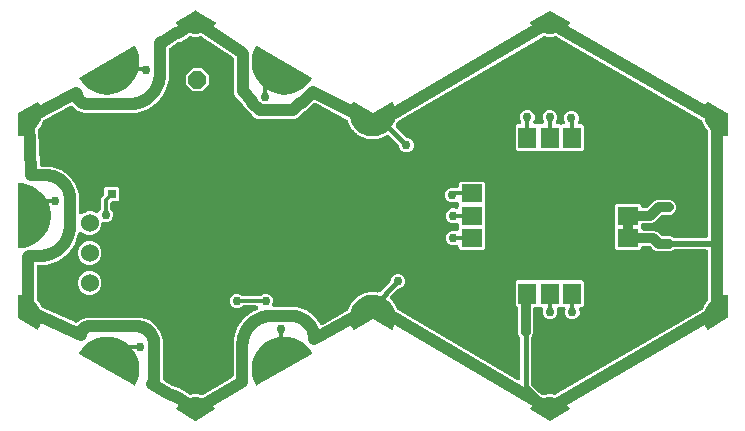
<source format=gbr>
G04 EAGLE Gerber RS-274X export*
G75*
%MOMM*%
%FSLAX34Y34*%
%LPD*%
%INTop Copper*%
%IPPOS*%
%AMOC8*
5,1,8,0,0,1.08239X$1,22.5*%
G01*
%ADD10R,0.800000X0.800000*%
%ADD11C,1.000000*%
%ADD12P,1.649562X8X22.500000*%
%ADD13C,1.524000*%
%ADD14R,1.800000X1.500000*%
%ADD15R,1.500000X1.800000*%
%ADD16C,0.756400*%
%ADD17C,0.812800*%
%ADD18C,1.016000*%
%ADD19C,0.508000*%
%ADD20C,0.406400*%
%ADD21C,0.304800*%

G36*
X443914Y51270D02*
X443914Y51270D01*
X444020Y51266D01*
X444115Y51282D01*
X444210Y51287D01*
X444337Y51318D01*
X444418Y51332D01*
X444466Y51350D01*
X444533Y51366D01*
X444970Y51512D01*
X445055Y51488D01*
X445163Y51481D01*
X445269Y51463D01*
X445363Y51466D01*
X445457Y51459D01*
X445564Y51473D01*
X445671Y51476D01*
X445763Y51498D01*
X445856Y51509D01*
X445958Y51544D01*
X446063Y51569D01*
X446149Y51608D01*
X446238Y51638D01*
X446331Y51691D01*
X446429Y51736D01*
X446450Y51751D01*
X447303Y51751D01*
X447323Y51753D01*
X447629Y51778D01*
X448480Y51916D01*
X448560Y51879D01*
X448665Y51854D01*
X448767Y51819D01*
X448860Y51807D01*
X448952Y51785D01*
X449060Y51781D01*
X449167Y51768D01*
X449260Y51774D01*
X449354Y51771D01*
X449461Y51788D01*
X449568Y51796D01*
X449659Y51821D01*
X449752Y51836D01*
X449853Y51874D01*
X449956Y51903D01*
X449979Y51914D01*
X450816Y51778D01*
X450821Y51778D01*
X450840Y51776D01*
X451147Y51751D01*
X452047Y51751D01*
X452147Y51692D01*
X452191Y51677D01*
X452232Y51655D01*
X452380Y51611D01*
X452527Y51560D01*
X452573Y51553D01*
X452618Y51540D01*
X452773Y51526D01*
X452926Y51505D01*
X452973Y51508D01*
X453019Y51504D01*
X453174Y51520D01*
X453328Y51530D01*
X453373Y51542D01*
X453419Y51547D01*
X453567Y51594D01*
X453717Y51634D01*
X453764Y51656D01*
X453803Y51669D01*
X453879Y51710D01*
X454017Y51776D01*
X577976Y123327D01*
X578101Y123417D01*
X578230Y123501D01*
X578264Y123534D01*
X578303Y123562D01*
X578408Y123675D01*
X578518Y123782D01*
X578545Y123822D01*
X578577Y123857D01*
X578658Y123988D01*
X578745Y124115D01*
X578763Y124159D01*
X578788Y124200D01*
X578841Y124344D01*
X578901Y124486D01*
X578911Y124533D01*
X578927Y124578D01*
X578951Y124729D01*
X578981Y124881D01*
X578982Y124929D01*
X578989Y124976D01*
X578985Y125053D01*
X579425Y125813D01*
X579426Y125814D01*
X579428Y125818D01*
X579436Y125835D01*
X579568Y126113D01*
X579876Y126920D01*
X579944Y126968D01*
X580018Y127046D01*
X580099Y127118D01*
X580157Y127192D01*
X580221Y127260D01*
X580279Y127352D01*
X580344Y127437D01*
X580385Y127522D01*
X580435Y127601D01*
X580473Y127702D01*
X580521Y127799D01*
X580544Y127890D01*
X580578Y127978D01*
X580595Y128084D01*
X580622Y128189D01*
X580624Y128209D01*
X581162Y128866D01*
X581162Y128867D01*
X581165Y128870D01*
X581175Y128885D01*
X581351Y129139D01*
X581783Y129886D01*
X581859Y129923D01*
X581945Y129988D01*
X582036Y130045D01*
X582104Y130110D01*
X582179Y130167D01*
X582250Y130248D01*
X582329Y130322D01*
X582383Y130399D01*
X582445Y130469D01*
X582499Y130563D01*
X582561Y130651D01*
X582599Y130737D01*
X582646Y130818D01*
X582681Y130920D01*
X582724Y131019D01*
X582731Y131050D01*
X582777Y131088D01*
X582788Y131103D01*
X582813Y131124D01*
X582882Y131213D01*
X582958Y131295D01*
X583005Y131371D01*
X583017Y131387D01*
X583029Y131402D01*
X583030Y131403D01*
X583060Y131442D01*
X583110Y131543D01*
X583169Y131639D01*
X583199Y131722D01*
X583239Y131803D01*
X583268Y131911D01*
X583307Y132017D01*
X583320Y132105D01*
X583344Y132191D01*
X583355Y132331D01*
X583368Y132415D01*
X583366Y132461D01*
X583371Y132522D01*
X583371Y172530D01*
X583369Y172547D01*
X583370Y172565D01*
X583349Y172747D01*
X583331Y172930D01*
X583326Y172947D01*
X583324Y172965D01*
X583267Y173139D01*
X583213Y173315D01*
X583204Y173331D01*
X583199Y173348D01*
X583108Y173508D01*
X583021Y173669D01*
X583010Y173683D01*
X583001Y173698D01*
X582881Y173838D01*
X582763Y173978D01*
X582749Y173990D01*
X582738Y174003D01*
X582593Y174116D01*
X582449Y174231D01*
X582434Y174239D01*
X582420Y174250D01*
X582255Y174332D01*
X582092Y174416D01*
X582075Y174421D01*
X582059Y174429D01*
X581881Y174477D01*
X581705Y174528D01*
X581687Y174529D01*
X581670Y174534D01*
X581340Y174561D01*
X555065Y174561D01*
X555038Y174558D01*
X555011Y174560D01*
X554838Y174538D01*
X554664Y174521D01*
X554638Y174513D01*
X554612Y174510D01*
X554446Y174454D01*
X554279Y174403D01*
X554256Y174390D01*
X554230Y174381D01*
X554079Y174294D01*
X553925Y174211D01*
X553904Y174194D01*
X553881Y174180D01*
X553679Y174009D01*
X551332Y173037D01*
X540074Y173037D01*
X537740Y174004D01*
X535668Y176076D01*
X534489Y177254D01*
X534469Y177271D01*
X534451Y177292D01*
X534313Y177399D01*
X534178Y177509D01*
X534154Y177522D01*
X534133Y177538D01*
X533976Y177616D01*
X533822Y177698D01*
X533797Y177706D01*
X533773Y177718D01*
X533603Y177763D01*
X533436Y177813D01*
X533410Y177815D01*
X533384Y177822D01*
X533053Y177849D01*
X528580Y177849D01*
X528563Y177847D01*
X528545Y177849D01*
X528363Y177828D01*
X528180Y177809D01*
X528163Y177804D01*
X528145Y177802D01*
X527971Y177745D01*
X527795Y177691D01*
X527779Y177683D01*
X527762Y177677D01*
X527602Y177587D01*
X527441Y177499D01*
X527427Y177488D01*
X527412Y177479D01*
X527272Y177359D01*
X527132Y177242D01*
X527120Y177228D01*
X527107Y177216D01*
X526994Y177071D01*
X526879Y176928D01*
X526871Y176912D01*
X526860Y176898D01*
X526778Y176733D01*
X526694Y176571D01*
X526689Y176554D01*
X526681Y176538D01*
X526633Y176359D01*
X526582Y176184D01*
X526581Y176166D01*
X526576Y176149D01*
X526549Y175818D01*
X526549Y175753D01*
X525210Y174413D01*
X505315Y174413D01*
X503976Y175753D01*
X503976Y192817D01*
X504036Y192931D01*
X504041Y192948D01*
X504049Y192964D01*
X504099Y193142D01*
X504151Y193317D01*
X504152Y193335D01*
X504157Y193352D01*
X504171Y193535D01*
X504187Y193718D01*
X504185Y193736D01*
X504186Y193753D01*
X504164Y193935D01*
X504144Y194118D01*
X504138Y194135D01*
X504136Y194153D01*
X504078Y194326D01*
X504022Y194502D01*
X504014Y194518D01*
X504008Y194535D01*
X503976Y194590D01*
X503976Y211647D01*
X505315Y212987D01*
X525210Y212987D01*
X526549Y211647D01*
X526549Y211582D01*
X526551Y211564D01*
X526550Y211546D01*
X526571Y211364D01*
X526589Y211181D01*
X526594Y211164D01*
X526596Y211147D01*
X526653Y210972D01*
X526707Y210796D01*
X526716Y210781D01*
X526721Y210764D01*
X526812Y210604D01*
X526899Y210442D01*
X526910Y210429D01*
X526919Y210413D01*
X527039Y210274D01*
X527157Y210133D01*
X527171Y210122D01*
X527182Y210108D01*
X527327Y209996D01*
X527471Y209881D01*
X527486Y209873D01*
X527500Y209862D01*
X527665Y209780D01*
X527828Y209695D01*
X527845Y209690D01*
X527861Y209682D01*
X528039Y209635D01*
X528215Y209584D01*
X528233Y209582D01*
X528250Y209578D01*
X528580Y209551D01*
X530722Y209551D01*
X530748Y209553D01*
X530775Y209551D01*
X530949Y209573D01*
X531122Y209591D01*
X531148Y209598D01*
X531175Y209602D01*
X531340Y209657D01*
X531507Y209709D01*
X531531Y209722D01*
X531556Y209730D01*
X531707Y209817D01*
X531861Y209901D01*
X531882Y209918D01*
X531905Y209931D01*
X532158Y210146D01*
X535668Y213655D01*
X535668Y213656D01*
X537740Y215728D01*
X540074Y216694D01*
X551332Y216694D01*
X553666Y215728D01*
X555453Y213941D01*
X556419Y211607D01*
X556419Y209081D01*
X555453Y206746D01*
X553666Y204960D01*
X551332Y203993D01*
X544809Y203993D01*
X544783Y203990D01*
X544756Y203992D01*
X544582Y203970D01*
X544409Y203953D01*
X544383Y203945D01*
X544357Y203942D01*
X544191Y203886D01*
X544024Y203835D01*
X544000Y203822D01*
X543975Y203814D01*
X543823Y203726D01*
X543670Y203643D01*
X543649Y203626D01*
X543626Y203613D01*
X543373Y203398D01*
X539863Y199888D01*
X537791Y197816D01*
X535457Y196849D01*
X528580Y196849D01*
X528563Y196847D01*
X528545Y196849D01*
X528363Y196828D01*
X528180Y196809D01*
X528163Y196804D01*
X528145Y196802D01*
X527971Y196745D01*
X527795Y196691D01*
X527779Y196683D01*
X527762Y196677D01*
X527602Y196587D01*
X527441Y196499D01*
X527427Y196488D01*
X527412Y196479D01*
X527272Y196359D01*
X527132Y196242D01*
X527120Y196228D01*
X527107Y196216D01*
X526994Y196071D01*
X526879Y195928D01*
X526871Y195912D01*
X526860Y195898D01*
X526778Y195733D01*
X526694Y195571D01*
X526689Y195554D01*
X526681Y195538D01*
X526633Y195359D01*
X526582Y195184D01*
X526581Y195166D01*
X526576Y195149D01*
X526549Y194818D01*
X526549Y194583D01*
X526489Y194469D01*
X526484Y194452D01*
X526476Y194436D01*
X526426Y194258D01*
X526374Y194083D01*
X526373Y194066D01*
X526368Y194048D01*
X526354Y193863D01*
X526338Y193682D01*
X526340Y193665D01*
X526338Y193647D01*
X526361Y193465D01*
X526381Y193282D01*
X526387Y193265D01*
X526389Y193247D01*
X526447Y193073D01*
X526503Y192898D01*
X526511Y192883D01*
X526517Y192866D01*
X526549Y192810D01*
X526549Y192582D01*
X526551Y192564D01*
X526550Y192546D01*
X526571Y192364D01*
X526589Y192181D01*
X526594Y192164D01*
X526596Y192147D01*
X526653Y191972D01*
X526707Y191796D01*
X526716Y191781D01*
X526721Y191764D01*
X526812Y191604D01*
X526899Y191442D01*
X526910Y191429D01*
X526919Y191413D01*
X527039Y191274D01*
X527157Y191133D01*
X527171Y191122D01*
X527182Y191108D01*
X527327Y190996D01*
X527471Y190881D01*
X527486Y190873D01*
X527500Y190862D01*
X527665Y190780D01*
X527828Y190695D01*
X527845Y190690D01*
X527861Y190682D01*
X528039Y190635D01*
X528215Y190584D01*
X528233Y190582D01*
X528250Y190578D01*
X528580Y190551D01*
X537788Y190551D01*
X540122Y189584D01*
X542194Y187512D01*
X542195Y187512D01*
X543373Y186333D01*
X543394Y186316D01*
X543411Y186296D01*
X543549Y186189D01*
X543685Y186078D01*
X543708Y186066D01*
X543729Y186049D01*
X543886Y185971D01*
X544040Y185889D01*
X544066Y185882D01*
X544090Y185870D01*
X544259Y185824D01*
X544426Y185775D01*
X544453Y185772D01*
X544479Y185765D01*
X544809Y185738D01*
X551332Y185738D01*
X553669Y184770D01*
X553804Y184665D01*
X553940Y184554D01*
X553963Y184542D01*
X553985Y184525D01*
X554141Y184447D01*
X554295Y184366D01*
X554321Y184358D01*
X554345Y184346D01*
X554514Y184300D01*
X554681Y184251D01*
X554708Y184248D01*
X554734Y184241D01*
X555065Y184214D01*
X581340Y184214D01*
X581357Y184216D01*
X581375Y184215D01*
X581557Y184236D01*
X581740Y184254D01*
X581757Y184259D01*
X581775Y184261D01*
X581949Y184318D01*
X582125Y184372D01*
X582141Y184381D01*
X582158Y184386D01*
X582318Y184477D01*
X582479Y184564D01*
X582493Y184575D01*
X582508Y184584D01*
X582648Y184704D01*
X582788Y184822D01*
X582800Y184836D01*
X582813Y184847D01*
X582926Y184992D01*
X583041Y185136D01*
X583049Y185151D01*
X583060Y185165D01*
X583142Y185330D01*
X583226Y185493D01*
X583231Y185510D01*
X583239Y185526D01*
X583287Y185704D01*
X583338Y185880D01*
X583339Y185898D01*
X583344Y185915D01*
X583371Y186245D01*
X583371Y273878D01*
X583362Y273967D01*
X583363Y274056D01*
X583342Y274167D01*
X583331Y274279D01*
X583305Y274364D01*
X583288Y274452D01*
X583246Y274556D01*
X583213Y274663D01*
X583170Y274742D01*
X583137Y274825D01*
X583074Y274919D01*
X583021Y275018D01*
X582964Y275086D01*
X582915Y275161D01*
X582817Y275262D01*
X582763Y275327D01*
X582727Y275356D01*
X582724Y275359D01*
X582701Y275448D01*
X582654Y275545D01*
X582616Y275646D01*
X582566Y275726D01*
X582525Y275811D01*
X582460Y275896D01*
X582403Y275988D01*
X582338Y276056D01*
X582281Y276131D01*
X582200Y276202D01*
X582126Y276281D01*
X582050Y276335D01*
X581979Y276397D01*
X581886Y276451D01*
X581798Y276513D01*
X581779Y276521D01*
X581351Y277261D01*
X581338Y277278D01*
X581165Y277530D01*
X580618Y278198D01*
X580610Y278281D01*
X580579Y278385D01*
X580558Y278490D01*
X580522Y278577D01*
X580495Y278667D01*
X580444Y278762D01*
X580402Y278862D01*
X580350Y278939D01*
X580306Y279022D01*
X580237Y279106D01*
X580177Y279195D01*
X580110Y279261D01*
X580050Y279334D01*
X579966Y279402D01*
X579890Y279477D01*
X579872Y279488D01*
X579568Y280287D01*
X579560Y280304D01*
X579428Y280582D01*
X578995Y281329D01*
X579001Y281413D01*
X578987Y281520D01*
X578983Y281628D01*
X578961Y281719D01*
X578949Y281812D01*
X578914Y281914D01*
X578889Y282019D01*
X578850Y282104D01*
X578819Y282193D01*
X578765Y282287D01*
X578720Y282384D01*
X578664Y282460D01*
X578617Y282542D01*
X578545Y282622D01*
X578482Y282709D01*
X578466Y282723D01*
X578421Y282944D01*
X578395Y283027D01*
X578379Y283113D01*
X578335Y283219D01*
X578301Y283328D01*
X578260Y283405D01*
X578227Y283485D01*
X578163Y283581D01*
X578108Y283682D01*
X578052Y283748D01*
X578004Y283821D01*
X577923Y283902D01*
X577849Y283990D01*
X577781Y284044D01*
X577720Y284106D01*
X577601Y284188D01*
X577534Y284241D01*
X577495Y284261D01*
X577447Y284295D01*
X455328Y354784D01*
X455248Y354820D01*
X455173Y354865D01*
X455065Y354902D01*
X454962Y354949D01*
X454876Y354969D01*
X454793Y354998D01*
X454680Y355014D01*
X454569Y355039D01*
X454481Y355042D01*
X454394Y355054D01*
X454280Y355047D01*
X454167Y355050D01*
X454080Y355035D01*
X453992Y355030D01*
X453854Y354996D01*
X453770Y354982D01*
X453728Y354965D01*
X453670Y354951D01*
X453480Y354888D01*
X453395Y354912D01*
X453287Y354919D01*
X453181Y354937D01*
X453087Y354934D01*
X452993Y354941D01*
X452886Y354927D01*
X452779Y354924D01*
X452687Y354902D01*
X452594Y354891D01*
X452492Y354856D01*
X452387Y354831D01*
X452301Y354792D01*
X452212Y354762D01*
X452119Y354709D01*
X452021Y354664D01*
X452000Y354649D01*
X451147Y354649D01*
X451127Y354647D01*
X450821Y354622D01*
X449970Y354484D01*
X449890Y354521D01*
X449785Y354546D01*
X449683Y354581D01*
X449589Y354593D01*
X449498Y354615D01*
X449390Y354619D01*
X449283Y354632D01*
X449190Y354626D01*
X449096Y354629D01*
X448989Y354612D01*
X448882Y354604D01*
X448791Y354579D01*
X448698Y354564D01*
X448597Y354526D01*
X448494Y354497D01*
X448471Y354486D01*
X447634Y354622D01*
X447629Y354622D01*
X447610Y354624D01*
X447303Y354649D01*
X446441Y354649D01*
X446367Y354698D01*
X446268Y354740D01*
X446173Y354790D01*
X446082Y354817D01*
X445996Y354853D01*
X445890Y354874D01*
X445787Y354905D01*
X445693Y354914D01*
X445601Y354932D01*
X445493Y354932D01*
X445386Y354942D01*
X445292Y354932D01*
X445198Y354931D01*
X445093Y354910D01*
X444985Y354898D01*
X444961Y354891D01*
X444683Y354984D01*
X444590Y355005D01*
X444499Y355035D01*
X444394Y355049D01*
X444291Y355073D01*
X444195Y355075D01*
X444100Y355087D01*
X443994Y355080D01*
X443888Y355082D01*
X443794Y355066D01*
X443698Y355059D01*
X443596Y355031D01*
X443492Y355013D01*
X443402Y354978D01*
X443310Y354952D01*
X443193Y354896D01*
X443117Y354866D01*
X443073Y354838D01*
X443011Y354808D01*
X320629Y282927D01*
X320588Y282897D01*
X320543Y282873D01*
X320425Y282778D01*
X320304Y282690D01*
X320270Y282652D01*
X320230Y282620D01*
X320134Y282504D01*
X320032Y282393D01*
X320005Y282349D01*
X319973Y282310D01*
X319902Y282177D01*
X319883Y282146D01*
X319801Y282083D01*
X319763Y282039D01*
X319719Y282001D01*
X319631Y281888D01*
X319536Y281780D01*
X319507Y281729D01*
X319471Y281683D01*
X319376Y281500D01*
X319336Y281430D01*
X319330Y281411D01*
X319318Y281389D01*
X319274Y281284D01*
X319257Y281229D01*
X319232Y281176D01*
X319198Y281037D01*
X319156Y280900D01*
X319150Y280842D01*
X319136Y280785D01*
X319130Y280642D01*
X319116Y280499D01*
X319117Y280485D01*
X318846Y280058D01*
X318757Y279881D01*
X318668Y279705D01*
X318667Y279702D01*
X318665Y279698D01*
X318612Y279506D01*
X318560Y279318D01*
X318559Y279314D01*
X318558Y279310D01*
X318545Y279115D01*
X318530Y278916D01*
X318531Y278912D01*
X318531Y278908D01*
X318556Y278712D01*
X318581Y278517D01*
X318582Y278513D01*
X318582Y278509D01*
X318648Y278317D01*
X318709Y278135D01*
X318711Y278132D01*
X318712Y278128D01*
X318812Y277956D01*
X318910Y277786D01*
X318913Y277783D01*
X318914Y277780D01*
X318934Y277758D01*
X319125Y277533D01*
X327263Y269395D01*
X327283Y269378D01*
X327301Y269358D01*
X327439Y269251D01*
X327574Y269140D01*
X327598Y269127D01*
X327619Y269111D01*
X327776Y269033D01*
X327930Y268951D01*
X327955Y268944D01*
X327980Y268932D01*
X328149Y268886D01*
X328316Y268836D01*
X328342Y268834D01*
X328368Y268827D01*
X328699Y268800D01*
X329026Y268800D01*
X331256Y267876D01*
X332964Y266169D01*
X333887Y263938D01*
X333887Y261524D01*
X332964Y259294D01*
X331256Y257586D01*
X329026Y256663D01*
X326612Y256663D01*
X324381Y257586D01*
X322674Y259294D01*
X321750Y261524D01*
X321750Y261851D01*
X321747Y261878D01*
X321749Y261904D01*
X321727Y262078D01*
X321710Y262252D01*
X321702Y262277D01*
X321699Y262304D01*
X321643Y262469D01*
X321592Y262637D01*
X321579Y262660D01*
X321571Y262685D01*
X321483Y262837D01*
X321400Y262991D01*
X321383Y263011D01*
X321370Y263034D01*
X321155Y263287D01*
X313461Y270981D01*
X313382Y271046D01*
X313309Y271119D01*
X313226Y271173D01*
X313150Y271236D01*
X313059Y271284D01*
X312974Y271341D01*
X312881Y271379D01*
X312794Y271425D01*
X312696Y271454D01*
X312601Y271493D01*
X312503Y271511D01*
X312408Y271540D01*
X312306Y271549D01*
X312205Y271568D01*
X312106Y271567D01*
X312007Y271576D01*
X311905Y271565D01*
X311803Y271564D01*
X311706Y271543D01*
X311607Y271533D01*
X311509Y271502D01*
X311409Y271481D01*
X311318Y271441D01*
X311223Y271411D01*
X311133Y271362D01*
X311039Y271321D01*
X310939Y271254D01*
X310871Y271216D01*
X310827Y271180D01*
X310763Y271137D01*
X310540Y270960D01*
X310516Y270955D01*
X310457Y270953D01*
X310318Y270919D01*
X310177Y270893D01*
X310123Y270871D01*
X310066Y270857D01*
X309878Y270773D01*
X309803Y270743D01*
X309787Y270732D01*
X309763Y270722D01*
X309664Y270667D01*
X309616Y270634D01*
X309564Y270608D01*
X309451Y270520D01*
X309332Y270439D01*
X309292Y270397D01*
X309246Y270362D01*
X309152Y270253D01*
X309052Y270150D01*
X309045Y270138D01*
X308273Y269870D01*
X308269Y269868D01*
X308265Y269867D01*
X307962Y269731D01*
X307243Y269336D01*
X307219Y269336D01*
X307162Y269343D01*
X307018Y269333D01*
X306875Y269331D01*
X306818Y269318D01*
X306760Y269314D01*
X306560Y269262D01*
X306482Y269245D01*
X306463Y269237D01*
X306439Y269231D01*
X306332Y269194D01*
X306279Y269169D01*
X306223Y269152D01*
X306097Y269085D01*
X305967Y269024D01*
X305920Y268990D01*
X305868Y268962D01*
X305758Y268871D01*
X305642Y268786D01*
X305632Y268776D01*
X304827Y268639D01*
X304823Y268638D01*
X304819Y268638D01*
X304498Y268555D01*
X303723Y268285D01*
X303699Y268289D01*
X303643Y268306D01*
X303501Y268319D01*
X303359Y268341D01*
X303300Y268338D01*
X303242Y268344D01*
X303037Y268326D01*
X302957Y268323D01*
X302937Y268318D01*
X302912Y268316D01*
X302800Y268297D01*
X302744Y268281D01*
X302686Y268274D01*
X302550Y268228D01*
X302412Y268191D01*
X302360Y268164D01*
X302304Y268146D01*
X302180Y268074D01*
X302052Y268010D01*
X302041Y268001D01*
X301224Y268001D01*
X301220Y268001D01*
X301216Y268001D01*
X300885Y267973D01*
X300076Y267836D01*
X300053Y267844D01*
X300001Y267870D01*
X299862Y267907D01*
X299726Y267952D01*
X299669Y267959D01*
X299612Y267974D01*
X299406Y267991D01*
X299327Y268001D01*
X299307Y267999D01*
X299282Y268001D01*
X299168Y268001D01*
X299110Y267995D01*
X299052Y267998D01*
X298910Y267976D01*
X298768Y267961D01*
X298712Y267944D01*
X298654Y267935D01*
X298520Y267885D01*
X298383Y267843D01*
X298371Y267837D01*
X297565Y267973D01*
X297561Y267973D01*
X297557Y267974D01*
X297226Y268001D01*
X296406Y268001D01*
X296385Y268013D01*
X296337Y268047D01*
X296207Y268107D01*
X296080Y268174D01*
X296025Y268190D01*
X295971Y268215D01*
X295771Y268266D01*
X295694Y268289D01*
X295674Y268290D01*
X295650Y268297D01*
X295538Y268316D01*
X295480Y268320D01*
X295423Y268332D01*
X295280Y268333D01*
X295136Y268343D01*
X295079Y268335D01*
X295020Y268336D01*
X294880Y268309D01*
X294737Y268291D01*
X294724Y268286D01*
X293952Y268555D01*
X293949Y268556D01*
X293945Y268558D01*
X293623Y268639D01*
X292814Y268776D01*
X292795Y268791D01*
X292755Y268833D01*
X292636Y268913D01*
X292522Y269001D01*
X292470Y269026D01*
X292422Y269059D01*
X292233Y269143D01*
X292161Y269178D01*
X292141Y269183D01*
X292118Y269194D01*
X292011Y269231D01*
X291955Y269245D01*
X291900Y269266D01*
X291759Y269292D01*
X291620Y269325D01*
X291562Y269327D01*
X291504Y269338D01*
X291361Y269335D01*
X291218Y269340D01*
X291204Y269338D01*
X290488Y269731D01*
X290484Y269733D01*
X290481Y269735D01*
X290177Y269870D01*
X289402Y270139D01*
X289386Y270157D01*
X289353Y270205D01*
X289249Y270305D01*
X289152Y270410D01*
X289105Y270443D01*
X289063Y270484D01*
X288890Y270598D01*
X288825Y270645D01*
X288807Y270653D01*
X288786Y270667D01*
X288687Y270722D01*
X288633Y270745D01*
X288583Y270775D01*
X288448Y270823D01*
X288316Y270880D01*
X288259Y270892D01*
X288204Y270911D01*
X288062Y270932D01*
X287922Y270962D01*
X287908Y270962D01*
X287268Y271469D01*
X287264Y271471D01*
X287261Y271474D01*
X286984Y271657D01*
X286266Y272052D01*
X286252Y272073D01*
X286227Y272126D01*
X286142Y272241D01*
X286064Y272361D01*
X286022Y272402D01*
X285988Y272449D01*
X285837Y272590D01*
X285781Y272647D01*
X285764Y272658D01*
X285745Y272676D01*
X285657Y272746D01*
X285608Y272778D01*
X285564Y272816D01*
X285438Y272886D01*
X285318Y272964D01*
X285264Y272985D01*
X285213Y273013D01*
X285076Y273058D01*
X284943Y273110D01*
X284929Y273113D01*
X284382Y273720D01*
X284379Y273722D01*
X284377Y273726D01*
X284135Y273952D01*
X283492Y274462D01*
X283482Y274484D01*
X283466Y274540D01*
X283401Y274668D01*
X283344Y274799D01*
X283310Y274847D01*
X283284Y274899D01*
X283159Y275064D01*
X283113Y275129D01*
X283098Y275143D01*
X283083Y275163D01*
X283007Y275247D01*
X282964Y275286D01*
X282927Y275331D01*
X282815Y275422D01*
X282709Y275518D01*
X282659Y275548D01*
X282614Y275585D01*
X282487Y275652D01*
X282364Y275725D01*
X282351Y275730D01*
X281913Y276420D01*
X281910Y276423D01*
X281909Y276427D01*
X281707Y276691D01*
X281159Y277300D01*
X281153Y277323D01*
X281147Y277381D01*
X281104Y277519D01*
X281069Y277658D01*
X281044Y277710D01*
X281027Y277766D01*
X280931Y277949D01*
X280896Y278021D01*
X280884Y278037D01*
X280872Y278060D01*
X280812Y278155D01*
X280776Y278201D01*
X280746Y278252D01*
X280652Y278359D01*
X280563Y278472D01*
X280519Y278510D01*
X280480Y278554D01*
X280366Y278641D01*
X280257Y278734D01*
X280245Y278741D01*
X279928Y279494D01*
X279926Y279498D01*
X279925Y279501D01*
X279771Y279795D01*
X279331Y280488D01*
X279329Y280512D01*
X279333Y280570D01*
X279314Y280712D01*
X279303Y280855D01*
X279287Y280911D01*
X279279Y280969D01*
X279215Y281165D01*
X279193Y281242D01*
X279184Y281260D01*
X279176Y281284D01*
X279132Y281389D01*
X279104Y281440D01*
X279084Y281495D01*
X279008Y281617D01*
X278940Y281743D01*
X278902Y281787D01*
X278872Y281837D01*
X278773Y281942D01*
X278682Y282052D01*
X278671Y282060D01*
X278484Y282856D01*
X278483Y282860D01*
X278482Y282864D01*
X278379Y283179D01*
X278227Y283541D01*
X278170Y283646D01*
X278121Y283756D01*
X278074Y283823D01*
X278035Y283895D01*
X277958Y283987D01*
X277889Y284085D01*
X277830Y284141D01*
X277777Y284204D01*
X277683Y284279D01*
X277596Y284361D01*
X277516Y284414D01*
X277463Y284456D01*
X277401Y284488D01*
X277318Y284542D01*
X251495Y298454D01*
X251379Y298502D01*
X251267Y298559D01*
X251194Y298579D01*
X251123Y298609D01*
X251000Y298633D01*
X250880Y298667D01*
X250803Y298672D01*
X250728Y298687D01*
X250603Y298687D01*
X250478Y298696D01*
X250402Y298687D01*
X250326Y298686D01*
X250203Y298661D01*
X250079Y298646D01*
X250006Y298621D01*
X249931Y298606D01*
X249816Y298557D01*
X249697Y298518D01*
X249631Y298479D01*
X249560Y298450D01*
X249457Y298379D01*
X249348Y298317D01*
X249280Y298259D01*
X249227Y298223D01*
X249176Y298171D01*
X249095Y298102D01*
X243523Y292530D01*
X241523Y291701D01*
X241496Y291687D01*
X241466Y291677D01*
X241318Y291592D01*
X241168Y291511D01*
X241144Y291491D01*
X241117Y291476D01*
X240864Y291261D01*
X237918Y288315D01*
X237917Y288314D01*
X235560Y285957D01*
X232852Y284835D01*
X202225Y284835D01*
X199517Y285957D01*
X197160Y288314D01*
X197159Y288315D01*
X193273Y292201D01*
X190915Y294559D01*
X189804Y297240D01*
X189790Y297268D01*
X189780Y297297D01*
X189695Y297445D01*
X189614Y297595D01*
X189594Y297619D01*
X189579Y297646D01*
X189364Y297899D01*
X182802Y304461D01*
X181680Y307169D01*
X181680Y335666D01*
X181680Y335671D01*
X181680Y335672D01*
X181678Y335688D01*
X181678Y335690D01*
X181680Y335714D01*
X181658Y335890D01*
X181640Y336067D01*
X181633Y336090D01*
X181631Y336113D01*
X181575Y336282D01*
X181522Y336452D01*
X181511Y336473D01*
X181503Y336495D01*
X181415Y336649D01*
X181331Y336806D01*
X181315Y336824D01*
X181304Y336845D01*
X181187Y336979D01*
X181073Y337115D01*
X181054Y337130D01*
X181039Y337148D01*
X180779Y337354D01*
X155043Y354579D01*
X154906Y354652D01*
X154773Y354731D01*
X154729Y354747D01*
X154688Y354769D01*
X154540Y354813D01*
X154393Y354865D01*
X154347Y354871D01*
X154302Y354885D01*
X154148Y354899D01*
X153994Y354921D01*
X153948Y354918D01*
X153902Y354922D01*
X153747Y354906D01*
X153592Y354897D01*
X153541Y354884D01*
X153515Y354881D01*
X153485Y354886D01*
X153395Y354912D01*
X153287Y354919D01*
X153181Y354937D01*
X153087Y354934D01*
X152993Y354941D01*
X152886Y354927D01*
X152779Y354924D01*
X152687Y354902D01*
X152594Y354891D01*
X152492Y354856D01*
X152387Y354831D01*
X152301Y354792D01*
X152212Y354762D01*
X152119Y354709D01*
X152021Y354664D01*
X152000Y354649D01*
X151147Y354649D01*
X151127Y354647D01*
X150821Y354622D01*
X149970Y354484D01*
X149890Y354521D01*
X149785Y354546D01*
X149683Y354581D01*
X149589Y354593D01*
X149498Y354615D01*
X149390Y354619D01*
X149283Y354632D01*
X149190Y354626D01*
X149096Y354629D01*
X148989Y354612D01*
X148882Y354604D01*
X148791Y354579D01*
X148698Y354564D01*
X148597Y354526D01*
X148494Y354497D01*
X148471Y354486D01*
X147634Y354622D01*
X147629Y354622D01*
X147610Y354624D01*
X147303Y354649D01*
X146441Y354649D01*
X146367Y354698D01*
X146268Y354740D01*
X146173Y354790D01*
X146082Y354817D01*
X145996Y354853D01*
X145890Y354874D01*
X145787Y354905D01*
X145693Y354914D01*
X145601Y354932D01*
X145493Y354932D01*
X145386Y354942D01*
X145292Y354932D01*
X145198Y354931D01*
X145093Y354910D01*
X144985Y354898D01*
X144936Y354883D01*
X144806Y354919D01*
X144754Y354923D01*
X144703Y354935D01*
X144553Y354939D01*
X144405Y354950D01*
X144353Y354943D01*
X144300Y354945D01*
X144153Y354919D01*
X144005Y354901D01*
X143955Y354884D01*
X143904Y354875D01*
X143765Y354821D01*
X143623Y354774D01*
X143571Y354745D01*
X143529Y354728D01*
X143457Y354682D01*
X143332Y354614D01*
X139189Y351876D01*
X139159Y351852D01*
X139126Y351833D01*
X138895Y351637D01*
X138877Y351622D01*
X138875Y351620D01*
X138873Y351618D01*
X138508Y351254D01*
X137987Y351038D01*
X137962Y351024D01*
X137936Y351016D01*
X137645Y350856D01*
X137174Y350545D01*
X136668Y350447D01*
X136631Y350436D01*
X136593Y350431D01*
X136305Y350338D01*
X136283Y350332D01*
X136280Y350330D01*
X136277Y350329D01*
X135801Y350132D01*
X135551Y350132D01*
X135527Y350130D01*
X135504Y350132D01*
X135328Y350110D01*
X135150Y350092D01*
X135128Y350085D01*
X135104Y350082D01*
X134936Y350026D01*
X134766Y349974D01*
X134745Y349963D01*
X134722Y349955D01*
X134431Y349796D01*
X127341Y345111D01*
X127318Y345092D01*
X127292Y345077D01*
X127162Y344965D01*
X127028Y344856D01*
X127010Y344833D01*
X126987Y344814D01*
X126882Y344678D01*
X126772Y344546D01*
X126758Y344519D01*
X126740Y344496D01*
X126664Y344342D01*
X126583Y344191D01*
X126574Y344162D01*
X126561Y344135D01*
X126516Y343969D01*
X126467Y343805D01*
X126464Y343775D01*
X126456Y343747D01*
X126429Y343416D01*
X126429Y317867D01*
X123222Y307995D01*
X117121Y299598D01*
X108724Y293497D01*
X98852Y290290D01*
X54584Y290290D01*
X48375Y292861D01*
X45569Y295668D01*
X45474Y295745D01*
X45386Y295830D01*
X45319Y295873D01*
X45257Y295923D01*
X45149Y295980D01*
X45046Y296046D01*
X44972Y296074D01*
X44901Y296112D01*
X44784Y296147D01*
X44670Y296190D01*
X44592Y296204D01*
X44515Y296226D01*
X44394Y296238D01*
X44273Y296258D01*
X44194Y296256D01*
X44114Y296263D01*
X43993Y296250D01*
X43871Y296246D01*
X43793Y296228D01*
X43714Y296219D01*
X43598Y296183D01*
X43479Y296155D01*
X43393Y296118D01*
X43330Y296098D01*
X43268Y296064D01*
X43174Y296023D01*
X21034Y284183D01*
X20933Y284115D01*
X20827Y284056D01*
X20766Y284004D01*
X20699Y283959D01*
X20614Y283873D01*
X20522Y283794D01*
X20472Y283730D01*
X20415Y283673D01*
X20349Y283572D01*
X20274Y283477D01*
X20238Y283404D01*
X20194Y283337D01*
X20148Y283225D01*
X20094Y283117D01*
X20067Y283026D01*
X20042Y282964D01*
X20029Y282895D01*
X20001Y282798D01*
X19987Y282729D01*
X19924Y282667D01*
X19863Y282578D01*
X19795Y282495D01*
X19750Y282412D01*
X19698Y282334D01*
X19656Y282235D01*
X19605Y282139D01*
X19578Y282049D01*
X19542Y281963D01*
X19520Y281857D01*
X19489Y281754D01*
X19480Y281660D01*
X19462Y281568D01*
X19462Y281461D01*
X19452Y281353D01*
X19454Y281328D01*
X19030Y280593D01*
X19028Y280589D01*
X19020Y280572D01*
X18887Y280294D01*
X18582Y279487D01*
X18509Y279436D01*
X18435Y279358D01*
X18354Y279287D01*
X18297Y279212D01*
X18232Y279144D01*
X18175Y279052D01*
X18110Y278967D01*
X18069Y278882D01*
X18019Y278802D01*
X17981Y278702D01*
X17934Y278605D01*
X17910Y278514D01*
X17877Y278426D01*
X17859Y278319D01*
X17832Y278215D01*
X17831Y278190D01*
X17294Y277533D01*
X17291Y277529D01*
X17281Y277513D01*
X17105Y277260D01*
X16648Y276467D01*
X16499Y276373D01*
X16493Y276368D01*
X16487Y276364D01*
X16348Y276230D01*
X16206Y276096D01*
X16202Y276090D01*
X16197Y276085D01*
X16086Y275926D01*
X15974Y275767D01*
X15971Y275761D01*
X15967Y275755D01*
X15890Y275576D01*
X15812Y275399D01*
X15810Y275392D01*
X15807Y275385D01*
X15767Y275195D01*
X15725Y275006D01*
X15725Y274998D01*
X15723Y274991D01*
X15714Y274660D01*
X17203Y246622D01*
X17228Y246458D01*
X17247Y246294D01*
X17258Y246259D01*
X17264Y246224D01*
X17321Y246068D01*
X17372Y245911D01*
X17390Y245880D01*
X17402Y245845D01*
X17489Y245704D01*
X17570Y245560D01*
X17593Y245533D01*
X17612Y245502D01*
X17725Y245381D01*
X17833Y245256D01*
X17861Y245234D01*
X17886Y245207D01*
X18021Y245110D01*
X18151Y245009D01*
X18183Y244993D01*
X18213Y244972D01*
X18363Y244903D01*
X18511Y244830D01*
X18546Y244820D01*
X18579Y244805D01*
X18740Y244768D01*
X18900Y244725D01*
X18941Y244722D01*
X18972Y244715D01*
X19058Y244712D01*
X19231Y244698D01*
X27328Y244698D01*
X35526Y242034D01*
X42499Y236968D01*
X47566Y229995D01*
X50229Y221797D01*
X50229Y206462D01*
X50230Y206453D01*
X50229Y206444D01*
X50250Y206254D01*
X50269Y206061D01*
X50272Y206053D01*
X50273Y206044D01*
X50331Y205861D01*
X50387Y205677D01*
X50392Y205669D01*
X50394Y205660D01*
X50487Y205492D01*
X50579Y205323D01*
X50585Y205316D01*
X50589Y205308D01*
X50714Y205160D01*
X50837Y205013D01*
X50844Y205008D01*
X50850Y205001D01*
X51001Y204881D01*
X51151Y204761D01*
X51158Y204757D01*
X51166Y204751D01*
X51338Y204664D01*
X51508Y204575D01*
X51516Y204573D01*
X51524Y204569D01*
X51711Y204517D01*
X51895Y204464D01*
X51904Y204463D01*
X51912Y204461D01*
X52104Y204447D01*
X52296Y204431D01*
X52305Y204432D01*
X52314Y204432D01*
X52505Y204456D01*
X52696Y204478D01*
X52704Y204481D01*
X52713Y204482D01*
X52895Y204543D01*
X53079Y204603D01*
X53086Y204607D01*
X53095Y204610D01*
X53262Y204706D01*
X53429Y204801D01*
X53436Y204807D01*
X53444Y204811D01*
X53697Y205026D01*
X53920Y205249D01*
X55238Y205795D01*
X57561Y206757D01*
X61502Y206757D01*
X64831Y205378D01*
X64848Y205373D01*
X64864Y205364D01*
X65039Y205315D01*
X65216Y205261D01*
X65234Y205260D01*
X65251Y205255D01*
X65434Y205241D01*
X65617Y205223D01*
X65635Y205225D01*
X65653Y205224D01*
X65834Y205246D01*
X66018Y205265D01*
X66035Y205270D01*
X66052Y205272D01*
X66226Y205330D01*
X66402Y205385D01*
X66418Y205393D01*
X66435Y205399D01*
X66595Y205490D01*
X66755Y205578D01*
X66769Y205589D01*
X66784Y205598D01*
X66923Y205719D01*
X67063Y205837D01*
X67074Y205851D01*
X67088Y205863D01*
X67199Y206008D01*
X67314Y206152D01*
X67322Y206168D01*
X67333Y206182D01*
X67485Y206477D01*
X67880Y207431D01*
X68619Y208171D01*
X68636Y208191D01*
X68657Y208209D01*
X68764Y208347D01*
X68874Y208482D01*
X68887Y208506D01*
X68903Y208527D01*
X68981Y208684D01*
X69063Y208838D01*
X69071Y208863D01*
X69083Y208887D01*
X69128Y209057D01*
X69178Y209224D01*
X69180Y209250D01*
X69187Y209276D01*
X69214Y209607D01*
X69214Y217835D01*
X71343Y219964D01*
X71360Y219984D01*
X71381Y220002D01*
X71488Y220140D01*
X71598Y220275D01*
X71611Y220299D01*
X71627Y220320D01*
X71705Y220477D01*
X71787Y220631D01*
X71795Y220656D01*
X71807Y220681D01*
X71852Y220850D01*
X71902Y221017D01*
X71904Y221043D01*
X71911Y221069D01*
X71938Y221400D01*
X71938Y226403D01*
X73278Y227743D01*
X83172Y227743D01*
X84512Y226403D01*
X84512Y216509D01*
X83172Y215170D01*
X78867Y215170D01*
X78849Y215168D01*
X78831Y215169D01*
X78649Y215148D01*
X78466Y215130D01*
X78449Y215124D01*
X78432Y215122D01*
X78257Y215065D01*
X78081Y215011D01*
X78066Y215003D01*
X78049Y214997D01*
X77889Y214907D01*
X77727Y214820D01*
X77714Y214808D01*
X77698Y214800D01*
X77559Y214679D01*
X77418Y214562D01*
X77407Y214548D01*
X77393Y214536D01*
X77281Y214391D01*
X77166Y214248D01*
X77158Y214232D01*
X77147Y214218D01*
X77065Y214053D01*
X76980Y213891D01*
X76975Y213874D01*
X76967Y213858D01*
X76920Y213680D01*
X76869Y213504D01*
X76867Y213486D01*
X76863Y213469D01*
X76836Y213138D01*
X76836Y209607D01*
X76838Y209580D01*
X76836Y209554D01*
X76858Y209380D01*
X76876Y209206D01*
X76883Y209181D01*
X76887Y209154D01*
X76942Y208988D01*
X76994Y208821D01*
X77007Y208798D01*
X77015Y208772D01*
X77102Y208621D01*
X77186Y208467D01*
X77203Y208447D01*
X77216Y208424D01*
X77431Y208171D01*
X78170Y207431D01*
X79094Y205201D01*
X79094Y202787D01*
X78170Y200556D01*
X76463Y198849D01*
X74232Y197925D01*
X71469Y197925D01*
X71451Y197923D01*
X71434Y197925D01*
X71251Y197903D01*
X71069Y197885D01*
X71052Y197880D01*
X71034Y197878D01*
X70859Y197821D01*
X70684Y197767D01*
X70668Y197758D01*
X70651Y197753D01*
X70491Y197663D01*
X70330Y197575D01*
X70316Y197564D01*
X70300Y197555D01*
X70161Y197435D01*
X70020Y197317D01*
X70009Y197304D01*
X69996Y197292D01*
X69883Y197147D01*
X69768Y197004D01*
X69760Y196988D01*
X69749Y196974D01*
X69667Y196809D01*
X69583Y196646D01*
X69578Y196629D01*
X69570Y196613D01*
X69522Y196435D01*
X69471Y196259D01*
X69470Y196242D01*
X69465Y196224D01*
X69438Y195894D01*
X69438Y194879D01*
X67930Y191238D01*
X65143Y188451D01*
X61502Y186943D01*
X57561Y186943D01*
X53920Y188451D01*
X53275Y189096D01*
X53203Y189155D01*
X53138Y189221D01*
X53048Y189282D01*
X52964Y189351D01*
X52881Y189395D01*
X52804Y189447D01*
X52704Y189489D01*
X52608Y189540D01*
X52519Y189566D01*
X52433Y189602D01*
X52326Y189623D01*
X52222Y189654D01*
X52129Y189663D01*
X52038Y189681D01*
X51929Y189681D01*
X51821Y189691D01*
X51728Y189681D01*
X51635Y189681D01*
X51529Y189659D01*
X51421Y189647D01*
X51332Y189619D01*
X51241Y189601D01*
X51140Y189559D01*
X51037Y189526D01*
X50955Y189481D01*
X50869Y189445D01*
X50780Y189384D01*
X50685Y189331D01*
X50614Y189271D01*
X50536Y189218D01*
X50460Y189141D01*
X50378Y189071D01*
X50320Y188998D01*
X50255Y188931D01*
X50195Y188840D01*
X50128Y188755D01*
X50086Y188672D01*
X50035Y188593D01*
X49983Y188470D01*
X49946Y188396D01*
X49932Y188348D01*
X49907Y188287D01*
X47022Y179407D01*
X40921Y171010D01*
X32524Y164910D01*
X22652Y161702D01*
X16743Y161702D01*
X16725Y161700D01*
X16707Y161702D01*
X16525Y161680D01*
X16342Y161662D01*
X16325Y161657D01*
X16308Y161655D01*
X16133Y161598D01*
X15957Y161544D01*
X15942Y161535D01*
X15925Y161530D01*
X15765Y161440D01*
X15603Y161352D01*
X15590Y161341D01*
X15574Y161332D01*
X15435Y161212D01*
X15294Y161094D01*
X15283Y161081D01*
X15269Y161069D01*
X15157Y160924D01*
X15042Y160781D01*
X15034Y160765D01*
X15023Y160751D01*
X14941Y160586D01*
X14856Y160423D01*
X14851Y160406D01*
X14843Y160390D01*
X14795Y160212D01*
X14745Y160036D01*
X14743Y160019D01*
X14739Y160001D01*
X14712Y159671D01*
X14712Y132859D01*
X14720Y132772D01*
X14719Y132683D01*
X14740Y132572D01*
X14752Y132459D01*
X14777Y132374D01*
X14794Y132288D01*
X14836Y132182D01*
X14870Y132074D01*
X14912Y131996D01*
X14945Y131914D01*
X15007Y131820D01*
X15062Y131720D01*
X15118Y131652D01*
X15166Y131578D01*
X15265Y131476D01*
X15319Y131410D01*
X15355Y131382D01*
X15396Y131339D01*
X15732Y131041D01*
X15754Y130955D01*
X15801Y130858D01*
X15839Y130757D01*
X15888Y130678D01*
X15929Y130593D01*
X15994Y130507D01*
X16051Y130416D01*
X16116Y130347D01*
X16173Y130272D01*
X16254Y130201D01*
X16327Y130122D01*
X16404Y130068D01*
X16474Y130006D01*
X16568Y129952D01*
X16656Y129889D01*
X16679Y129879D01*
X17105Y129140D01*
X17117Y129124D01*
X17291Y128871D01*
X17836Y128203D01*
X17845Y128115D01*
X17875Y128012D01*
X17896Y127906D01*
X17933Y127819D01*
X17959Y127729D01*
X18010Y127634D01*
X18052Y127534D01*
X18104Y127456D01*
X18148Y127374D01*
X18217Y127290D01*
X18277Y127201D01*
X18344Y127135D01*
X18403Y127062D01*
X18487Y126994D01*
X18564Y126918D01*
X18585Y126904D01*
X18887Y126106D01*
X18895Y126090D01*
X19028Y125811D01*
X19068Y125742D01*
X19109Y125685D01*
X19142Y125623D01*
X19226Y125521D01*
X19303Y125415D01*
X19354Y125367D01*
X19399Y125313D01*
X19501Y125230D01*
X19597Y125140D01*
X19657Y125104D01*
X19712Y125060D01*
X19867Y124975D01*
X19941Y124930D01*
X19969Y124919D01*
X20003Y124901D01*
X47509Y112705D01*
X47554Y112690D01*
X47596Y112669D01*
X47745Y112628D01*
X47891Y112579D01*
X47938Y112574D01*
X47984Y112561D01*
X48138Y112550D01*
X48291Y112531D01*
X48338Y112535D01*
X48385Y112532D01*
X48538Y112551D01*
X48692Y112563D01*
X48738Y112576D01*
X48785Y112582D01*
X48931Y112631D01*
X49079Y112673D01*
X49121Y112695D01*
X49166Y112710D01*
X49300Y112787D01*
X49437Y112858D01*
X49474Y112888D01*
X49515Y112911D01*
X49704Y113071D01*
X49752Y113109D01*
X49758Y113117D01*
X49768Y113126D01*
X51347Y114705D01*
X56657Y116904D01*
X102774Y116904D01*
X109537Y114707D01*
X115290Y110527D01*
X119469Y104775D01*
X121667Y98012D01*
X121667Y64965D01*
X121676Y64875D01*
X121675Y64784D01*
X121696Y64675D01*
X121707Y64565D01*
X121733Y64478D01*
X121750Y64388D01*
X121792Y64286D01*
X121825Y64180D01*
X121868Y64100D01*
X121903Y64016D01*
X121964Y63923D01*
X122017Y63826D01*
X122075Y63756D01*
X122125Y63680D01*
X122204Y63602D01*
X122274Y63517D01*
X122345Y63460D01*
X122410Y63395D01*
X122523Y63317D01*
X122588Y63264D01*
X122630Y63242D01*
X122682Y63206D01*
X129643Y59188D01*
X129659Y59180D01*
X129673Y59171D01*
X129976Y59034D01*
X135191Y57171D01*
X135267Y57152D01*
X135472Y57093D01*
X136246Y56937D01*
X136485Y56776D01*
X136562Y56734D01*
X136634Y56685D01*
X136765Y56625D01*
X136840Y56585D01*
X136883Y56572D01*
X136936Y56548D01*
X137208Y56451D01*
X137793Y55921D01*
X137856Y55875D01*
X138023Y55742D01*
X143700Y51923D01*
X143839Y51848D01*
X143974Y51768D01*
X144016Y51753D01*
X144054Y51732D01*
X144205Y51686D01*
X144354Y51634D01*
X144398Y51628D01*
X144440Y51615D01*
X144596Y51600D01*
X144710Y51584D01*
X144771Y51567D01*
X144872Y51529D01*
X144965Y51514D01*
X145055Y51488D01*
X145163Y51481D01*
X145269Y51463D01*
X145363Y51466D01*
X145457Y51459D01*
X145564Y51473D01*
X145671Y51476D01*
X145763Y51498D01*
X145856Y51509D01*
X145958Y51544D01*
X146063Y51569D01*
X146149Y51608D01*
X146238Y51638D01*
X146331Y51691D01*
X146429Y51736D01*
X146450Y51751D01*
X147303Y51751D01*
X147323Y51753D01*
X147629Y51778D01*
X148480Y51916D01*
X148560Y51879D01*
X148665Y51854D01*
X148767Y51819D01*
X148860Y51807D01*
X148952Y51785D01*
X149060Y51781D01*
X149167Y51768D01*
X149260Y51774D01*
X149354Y51771D01*
X149461Y51788D01*
X149568Y51796D01*
X149659Y51821D01*
X149752Y51836D01*
X149853Y51874D01*
X149956Y51903D01*
X149979Y51914D01*
X150816Y51778D01*
X150821Y51778D01*
X150840Y51776D01*
X151147Y51751D01*
X152009Y51751D01*
X152083Y51702D01*
X152182Y51660D01*
X152277Y51610D01*
X152368Y51583D01*
X152454Y51547D01*
X152560Y51526D01*
X152663Y51495D01*
X152757Y51486D01*
X152849Y51468D01*
X152957Y51468D01*
X153064Y51458D01*
X153158Y51468D01*
X153252Y51469D01*
X153357Y51490D01*
X153465Y51502D01*
X153489Y51509D01*
X153901Y51372D01*
X153987Y51352D01*
X154070Y51323D01*
X154182Y51308D01*
X154293Y51283D01*
X154381Y51281D01*
X154469Y51269D01*
X154582Y51276D01*
X154696Y51273D01*
X154783Y51288D01*
X154870Y51294D01*
X154980Y51323D01*
X155092Y51343D01*
X155174Y51375D01*
X155259Y51398D01*
X155388Y51458D01*
X155467Y51489D01*
X155505Y51514D01*
X155559Y51539D01*
X175860Y63260D01*
X175885Y63277D01*
X175918Y63295D01*
X180588Y66202D01*
X180633Y66237D01*
X180683Y66265D01*
X180793Y66359D01*
X180907Y66447D01*
X180945Y66490D01*
X180988Y66528D01*
X181076Y66642D01*
X181171Y66751D01*
X181200Y66801D01*
X181235Y66846D01*
X181299Y66975D01*
X181371Y67101D01*
X181389Y67155D01*
X181414Y67207D01*
X181452Y67346D01*
X181497Y67483D01*
X181504Y67540D01*
X181519Y67595D01*
X181536Y67804D01*
X181545Y67883D01*
X181544Y67902D01*
X181546Y67926D01*
X181546Y98727D01*
X184676Y108359D01*
X190629Y116553D01*
X198822Y122506D01*
X200944Y123195D01*
X201021Y123229D01*
X201101Y123254D01*
X201205Y123309D01*
X201312Y123357D01*
X201381Y123405D01*
X201455Y123445D01*
X201546Y123520D01*
X201642Y123588D01*
X201700Y123649D01*
X201765Y123703D01*
X201838Y123795D01*
X201919Y123880D01*
X201964Y123951D01*
X202017Y124017D01*
X202071Y124121D01*
X202134Y124220D01*
X202164Y124299D01*
X202202Y124374D01*
X202235Y124487D01*
X202277Y124597D01*
X202291Y124680D01*
X202314Y124761D01*
X202323Y124878D01*
X202343Y124994D01*
X202340Y125078D01*
X202347Y125162D01*
X202333Y125279D01*
X202329Y125396D01*
X202310Y125478D01*
X202300Y125562D01*
X202263Y125674D01*
X202236Y125788D01*
X202201Y125865D01*
X202175Y125945D01*
X202117Y126047D01*
X202068Y126154D01*
X202019Y126222D01*
X201977Y126296D01*
X201900Y126385D01*
X201831Y126479D01*
X201769Y126536D01*
X201714Y126600D01*
X201621Y126672D01*
X201535Y126752D01*
X201462Y126795D01*
X201396Y126847D01*
X201291Y126899D01*
X201190Y126960D01*
X201111Y126989D01*
X201035Y127026D01*
X200922Y127057D01*
X200811Y127097D01*
X200728Y127109D01*
X200647Y127131D01*
X200498Y127143D01*
X200413Y127156D01*
X200371Y127154D01*
X200316Y127158D01*
X189763Y127158D01*
X189737Y127155D01*
X189710Y127157D01*
X189536Y127135D01*
X189362Y127118D01*
X189337Y127110D01*
X189310Y127107D01*
X189145Y127051D01*
X188978Y127000D01*
X188954Y126987D01*
X188929Y126979D01*
X188777Y126891D01*
X188624Y126808D01*
X188603Y126791D01*
X188580Y126778D01*
X188327Y126563D01*
X187588Y125824D01*
X185357Y124900D01*
X182943Y124900D01*
X180712Y125824D01*
X179005Y127531D01*
X178081Y129762D01*
X178081Y132176D01*
X179005Y134406D01*
X180712Y136114D01*
X182943Y137037D01*
X185357Y137037D01*
X187588Y136114D01*
X188327Y135374D01*
X188348Y135357D01*
X188365Y135337D01*
X188503Y135230D01*
X188638Y135119D01*
X188662Y135107D01*
X188683Y135090D01*
X188840Y135012D01*
X188994Y134931D01*
X189020Y134923D01*
X189044Y134911D01*
X189213Y134866D01*
X189380Y134816D01*
X189407Y134814D01*
X189432Y134807D01*
X189763Y134779D01*
X203143Y134779D01*
X203170Y134782D01*
X203196Y134780D01*
X203370Y134802D01*
X203544Y134819D01*
X203569Y134827D01*
X203596Y134831D01*
X203762Y134886D01*
X203929Y134938D01*
X203952Y134950D01*
X203978Y134959D01*
X204129Y135046D01*
X204283Y135129D01*
X204303Y135146D01*
X204326Y135160D01*
X204579Y135374D01*
X205319Y136114D01*
X207549Y137037D01*
X209963Y137037D01*
X212194Y136114D01*
X213901Y134406D01*
X214825Y132176D01*
X214825Y129762D01*
X214279Y128444D01*
X214275Y128431D01*
X214269Y128419D01*
X214217Y128240D01*
X214163Y128059D01*
X214161Y128045D01*
X214158Y128032D01*
X214142Y127843D01*
X214125Y127658D01*
X214126Y127645D01*
X214125Y127631D01*
X214147Y127445D01*
X214166Y127257D01*
X214170Y127245D01*
X214172Y127231D01*
X214230Y127052D01*
X214286Y126873D01*
X214292Y126861D01*
X214297Y126849D01*
X214389Y126685D01*
X214479Y126520D01*
X214488Y126510D01*
X214495Y126498D01*
X214617Y126356D01*
X214739Y126212D01*
X214749Y126203D01*
X214758Y126193D01*
X214906Y126079D01*
X215053Y125961D01*
X215065Y125955D01*
X215076Y125946D01*
X215244Y125863D01*
X215411Y125777D01*
X215424Y125773D01*
X215436Y125767D01*
X215619Y125718D01*
X215799Y125667D01*
X215812Y125666D01*
X215825Y125663D01*
X216156Y125635D01*
X234476Y125635D01*
X242635Y122985D01*
X249574Y117943D01*
X254297Y111443D01*
X254360Y111372D01*
X254415Y111295D01*
X254493Y111222D01*
X254565Y111142D01*
X254640Y111085D01*
X254709Y111021D01*
X254801Y110965D01*
X254887Y110900D01*
X254972Y110859D01*
X255052Y110810D01*
X255153Y110773D01*
X255250Y110726D01*
X255341Y110703D01*
X255430Y110670D01*
X255536Y110654D01*
X255640Y110628D01*
X255735Y110623D01*
X255828Y110608D01*
X255935Y110613D01*
X256042Y110608D01*
X256136Y110622D01*
X256230Y110626D01*
X256334Y110652D01*
X256440Y110668D01*
X256529Y110700D01*
X256621Y110723D01*
X256741Y110777D01*
X256819Y110805D01*
X256862Y110832D01*
X256923Y110859D01*
X277491Y122236D01*
X277555Y122280D01*
X277623Y122316D01*
X277720Y122394D01*
X277822Y122465D01*
X277876Y122521D01*
X277936Y122569D01*
X278016Y122665D01*
X278102Y122755D01*
X278144Y122820D01*
X278193Y122879D01*
X278252Y122989D01*
X278319Y123094D01*
X278347Y123166D01*
X278384Y123234D01*
X278433Y123388D01*
X278465Y123469D01*
X278471Y123505D01*
X278486Y123550D01*
X278672Y124343D01*
X278687Y124361D01*
X278732Y124399D01*
X278820Y124512D01*
X278914Y124620D01*
X278943Y124671D01*
X278979Y124717D01*
X279074Y124900D01*
X279114Y124970D01*
X279120Y124989D01*
X279132Y125011D01*
X279176Y125116D01*
X279193Y125171D01*
X279218Y125224D01*
X279252Y125364D01*
X279294Y125501D01*
X279300Y125558D01*
X279314Y125615D01*
X279320Y125759D01*
X279334Y125901D01*
X279333Y125915D01*
X279771Y126605D01*
X279773Y126608D01*
X279775Y126612D01*
X279928Y126906D01*
X280246Y127662D01*
X280265Y127678D01*
X280315Y127708D01*
X280420Y127805D01*
X280532Y127896D01*
X280569Y127941D01*
X280612Y127980D01*
X280736Y128145D01*
X280787Y128207D01*
X280796Y128225D01*
X280812Y128245D01*
X280872Y128341D01*
X280899Y128393D01*
X280932Y128440D01*
X280989Y128572D01*
X281053Y128700D01*
X281069Y128756D01*
X281092Y128810D01*
X281122Y128950D01*
X281160Y129089D01*
X281161Y129102D01*
X281707Y129709D01*
X281710Y129713D01*
X281713Y129716D01*
X281913Y129980D01*
X282352Y130673D01*
X282373Y130685D01*
X282427Y130706D01*
X282533Y130775D01*
X282636Y130830D01*
X282651Y130843D01*
X282673Y130855D01*
X282716Y130893D01*
X282765Y130925D01*
X282886Y131039D01*
X282945Y131088D01*
X282957Y131103D01*
X282976Y131120D01*
X282989Y131135D01*
X283007Y131153D01*
X283083Y131237D01*
X283117Y131284D01*
X283158Y131326D01*
X283236Y131445D01*
X283321Y131561D01*
X283346Y131614D01*
X283378Y131663D01*
X283430Y131796D01*
X283491Y131926D01*
X283494Y131940D01*
X284135Y132448D01*
X284137Y132450D01*
X284141Y132453D01*
X284382Y132680D01*
X284931Y133290D01*
X284954Y133298D01*
X285011Y133310D01*
X285143Y133367D01*
X285277Y133416D01*
X285327Y133447D01*
X285381Y133470D01*
X285552Y133584D01*
X285621Y133626D01*
X285636Y133640D01*
X285657Y133654D01*
X285745Y133724D01*
X285787Y133765D01*
X285835Y133799D01*
X285932Y133905D01*
X286035Y134004D01*
X286068Y134053D01*
X286107Y134095D01*
X286182Y134218D01*
X286263Y134336D01*
X286268Y134349D01*
X286984Y134743D01*
X286988Y134745D01*
X286992Y134747D01*
X287268Y134931D01*
X287910Y135440D01*
X287934Y135445D01*
X287993Y135447D01*
X288132Y135481D01*
X288273Y135507D01*
X288327Y135529D01*
X288384Y135543D01*
X288572Y135627D01*
X288647Y135657D01*
X288663Y135668D01*
X288687Y135678D01*
X288786Y135733D01*
X288834Y135766D01*
X288886Y135792D01*
X288999Y135880D01*
X289118Y135961D01*
X289158Y136003D01*
X289204Y136038D01*
X289298Y136147D01*
X289398Y136250D01*
X289405Y136262D01*
X290177Y136530D01*
X290181Y136532D01*
X290185Y136533D01*
X290488Y136669D01*
X291207Y137064D01*
X291230Y137064D01*
X291288Y137057D01*
X291431Y137067D01*
X291575Y137069D01*
X291632Y137082D01*
X291690Y137086D01*
X291890Y137138D01*
X291968Y137155D01*
X291987Y137163D01*
X292011Y137169D01*
X292118Y137206D01*
X292171Y137231D01*
X292227Y137248D01*
X292353Y137315D01*
X292483Y137376D01*
X292530Y137410D01*
X292582Y137438D01*
X292692Y137529D01*
X292808Y137614D01*
X292818Y137624D01*
X293623Y137761D01*
X293627Y137762D01*
X293631Y137762D01*
X293952Y137845D01*
X294727Y138115D01*
X294751Y138111D01*
X294807Y138094D01*
X294949Y138081D01*
X295091Y138059D01*
X295150Y138062D01*
X295208Y138056D01*
X295413Y138074D01*
X295493Y138077D01*
X295513Y138082D01*
X295538Y138084D01*
X295650Y138103D01*
X295706Y138119D01*
X295764Y138126D01*
X295900Y138172D01*
X296038Y138209D01*
X296090Y138236D01*
X296146Y138254D01*
X296270Y138326D01*
X296398Y138390D01*
X296409Y138399D01*
X297226Y138399D01*
X297230Y138399D01*
X297234Y138399D01*
X297565Y138427D01*
X298374Y138564D01*
X298397Y138556D01*
X298449Y138530D01*
X298588Y138493D01*
X298724Y138448D01*
X298781Y138441D01*
X298838Y138426D01*
X299044Y138409D01*
X299123Y138399D01*
X299143Y138401D01*
X299168Y138399D01*
X299282Y138399D01*
X299340Y138405D01*
X299398Y138402D01*
X299540Y138424D01*
X299682Y138439D01*
X299738Y138456D01*
X299796Y138465D01*
X299930Y138515D01*
X300067Y138557D01*
X300079Y138563D01*
X300885Y138427D01*
X300889Y138427D01*
X300893Y138426D01*
X301224Y138399D01*
X302044Y138399D01*
X302065Y138387D01*
X302113Y138353D01*
X302243Y138293D01*
X302370Y138226D01*
X302425Y138210D01*
X302479Y138185D01*
X302679Y138134D01*
X302756Y138111D01*
X302776Y138110D01*
X302800Y138103D01*
X302912Y138084D01*
X302970Y138080D01*
X303027Y138068D01*
X303170Y138067D01*
X303314Y138057D01*
X303371Y138065D01*
X303430Y138064D01*
X303570Y138091D01*
X303713Y138109D01*
X303761Y138126D01*
X303820Y138110D01*
X303856Y138107D01*
X303891Y138098D01*
X304056Y138092D01*
X304221Y138080D01*
X304258Y138085D01*
X304294Y138083D01*
X304457Y138110D01*
X304621Y138131D01*
X304655Y138142D01*
X304691Y138148D01*
X304846Y138206D01*
X305002Y138259D01*
X305034Y138277D01*
X305068Y138290D01*
X305208Y138377D01*
X305351Y138460D01*
X305382Y138486D01*
X305410Y138503D01*
X305473Y138563D01*
X305604Y138674D01*
X314011Y147081D01*
X314028Y147102D01*
X314049Y147120D01*
X314156Y147258D01*
X314266Y147393D01*
X314279Y147417D01*
X314295Y147438D01*
X314373Y147595D01*
X314455Y147749D01*
X314463Y147774D01*
X314475Y147798D01*
X314520Y147968D01*
X314570Y148135D01*
X314572Y148161D01*
X314579Y148187D01*
X314606Y148518D01*
X314606Y148845D01*
X315530Y151075D01*
X317237Y152782D01*
X319468Y153706D01*
X321882Y153706D01*
X324113Y152782D01*
X325820Y151075D01*
X326744Y148845D01*
X326744Y146430D01*
X325820Y144200D01*
X324113Y142493D01*
X321882Y141569D01*
X321555Y141569D01*
X321529Y141566D01*
X321502Y141568D01*
X321328Y141546D01*
X321155Y141529D01*
X321129Y141521D01*
X321103Y141518D01*
X320937Y141462D01*
X320770Y141411D01*
X320746Y141398D01*
X320721Y141389D01*
X320569Y141302D01*
X320416Y141219D01*
X320395Y141202D01*
X320372Y141189D01*
X320119Y140974D01*
X314409Y135264D01*
X314323Y135159D01*
X314231Y135061D01*
X314196Y135004D01*
X314154Y134952D01*
X314090Y134833D01*
X314020Y134718D01*
X313996Y134655D01*
X313965Y134596D01*
X313927Y134467D01*
X313880Y134341D01*
X313869Y134275D01*
X313850Y134210D01*
X313838Y134076D01*
X313817Y133943D01*
X313820Y133876D01*
X313814Y133809D01*
X313828Y133675D01*
X313834Y133541D01*
X313850Y133476D01*
X313857Y133409D01*
X313898Y133280D01*
X313930Y133150D01*
X313958Y133089D01*
X313979Y133025D01*
X314044Y132907D01*
X314101Y132785D01*
X314141Y132732D01*
X314174Y132673D01*
X314261Y132570D01*
X314341Y132462D01*
X314397Y132409D01*
X314434Y132366D01*
X314495Y132317D01*
X314583Y132235D01*
X314958Y131938D01*
X314968Y131916D01*
X314984Y131860D01*
X315049Y131732D01*
X315106Y131601D01*
X315140Y131553D01*
X315166Y131501D01*
X315291Y131336D01*
X315337Y131271D01*
X315352Y131257D01*
X315367Y131237D01*
X315443Y131153D01*
X315486Y131114D01*
X315523Y131069D01*
X315543Y131052D01*
X315556Y131038D01*
X315646Y130968D01*
X315741Y130882D01*
X315791Y130852D01*
X315836Y130815D01*
X315858Y130804D01*
X315874Y130791D01*
X315978Y130739D01*
X316086Y130675D01*
X316099Y130670D01*
X316537Y129980D01*
X316540Y129977D01*
X316541Y129973D01*
X316743Y129709D01*
X317291Y129100D01*
X317297Y129076D01*
X317303Y129019D01*
X317346Y128881D01*
X317381Y128742D01*
X317406Y128690D01*
X317423Y128634D01*
X317520Y128451D01*
X317554Y128379D01*
X317566Y128363D01*
X317578Y128340D01*
X317638Y128245D01*
X317674Y128199D01*
X317704Y128148D01*
X317798Y128041D01*
X317887Y127928D01*
X317931Y127890D01*
X317970Y127846D01*
X318084Y127759D01*
X318193Y127666D01*
X318205Y127659D01*
X318522Y126906D01*
X318524Y126902D01*
X318525Y126899D01*
X318679Y126605D01*
X319119Y125912D01*
X319121Y125888D01*
X319117Y125829D01*
X319136Y125688D01*
X319147Y125545D01*
X319163Y125488D01*
X319171Y125430D01*
X319235Y125235D01*
X319257Y125158D01*
X319267Y125139D01*
X319275Y125115D01*
X319318Y125011D01*
X319346Y124960D01*
X319366Y124905D01*
X319442Y124783D01*
X319511Y124657D01*
X319548Y124612D01*
X319578Y124563D01*
X319677Y124458D01*
X319769Y124348D01*
X319814Y124312D01*
X319818Y124307D01*
X319848Y124219D01*
X319874Y124175D01*
X319893Y124127D01*
X319975Y124001D01*
X320051Y123871D01*
X320085Y123833D01*
X320113Y123790D01*
X320219Y123683D01*
X320319Y123570D01*
X320360Y123540D01*
X320396Y123503D01*
X320584Y123370D01*
X320640Y123328D01*
X320653Y123322D01*
X320667Y123312D01*
X421246Y64237D01*
X421386Y64172D01*
X421522Y64102D01*
X421568Y64088D01*
X421612Y64068D01*
X421761Y64033D01*
X421909Y63990D01*
X421957Y63986D01*
X422004Y63975D01*
X422157Y63970D01*
X422311Y63957D01*
X422358Y63963D01*
X422406Y63961D01*
X422558Y63986D01*
X422710Y64004D01*
X422756Y64019D01*
X422803Y64027D01*
X422947Y64081D01*
X423093Y64129D01*
X423135Y64153D01*
X423180Y64170D01*
X423310Y64251D01*
X423444Y64327D01*
X423480Y64358D01*
X423521Y64384D01*
X423632Y64490D01*
X423749Y64590D01*
X423778Y64628D01*
X423813Y64661D01*
X423901Y64787D01*
X423995Y64908D01*
X424017Y64951D01*
X424044Y64990D01*
X424106Y65131D01*
X424175Y65269D01*
X424187Y65315D01*
X424206Y65359D01*
X424239Y65509D01*
X424279Y65658D01*
X424284Y65712D01*
X424292Y65752D01*
X424294Y65838D01*
X424306Y65988D01*
X424306Y99271D01*
X424304Y99298D01*
X424306Y99324D01*
X424284Y99498D01*
X424266Y99672D01*
X424258Y99697D01*
X424255Y99724D01*
X424200Y99889D01*
X424148Y100057D01*
X424135Y100080D01*
X424127Y100106D01*
X424040Y100257D01*
X423956Y100411D01*
X423939Y100431D01*
X423926Y100454D01*
X423711Y100707D01*
X423241Y101178D01*
X422274Y103512D01*
X422274Y124613D01*
X422272Y124639D01*
X422274Y124666D01*
X422252Y124840D01*
X422234Y125014D01*
X422227Y125039D01*
X422223Y125066D01*
X422168Y125231D01*
X422116Y125398D01*
X422103Y125422D01*
X422095Y125447D01*
X422008Y125599D01*
X421924Y125752D01*
X421907Y125773D01*
X421894Y125796D01*
X421679Y126049D01*
X420476Y127253D01*
X420476Y147147D01*
X421815Y148487D01*
X438880Y148487D01*
X438993Y148427D01*
X439010Y148421D01*
X439027Y148413D01*
X439204Y148364D01*
X439379Y148312D01*
X439397Y148310D01*
X439414Y148305D01*
X439597Y148292D01*
X439780Y148275D01*
X439798Y148277D01*
X439816Y148276D01*
X439997Y148299D01*
X440181Y148319D01*
X440198Y148324D01*
X440215Y148326D01*
X440389Y148385D01*
X440564Y148440D01*
X440580Y148449D01*
X440597Y148455D01*
X440653Y148487D01*
X457880Y148487D01*
X457993Y148427D01*
X458010Y148421D01*
X458027Y148413D01*
X458204Y148364D01*
X458379Y148312D01*
X458397Y148310D01*
X458414Y148305D01*
X458597Y148292D01*
X458780Y148275D01*
X458798Y148277D01*
X458816Y148276D01*
X458997Y148299D01*
X459181Y148319D01*
X459198Y148324D01*
X459215Y148326D01*
X459389Y148385D01*
X459564Y148440D01*
X459580Y148449D01*
X459597Y148455D01*
X459653Y148487D01*
X476710Y148487D01*
X478049Y147147D01*
X478049Y127253D01*
X476710Y125913D01*
X476070Y125913D01*
X476056Y125912D01*
X476043Y125913D01*
X475857Y125892D01*
X475669Y125873D01*
X475656Y125869D01*
X475643Y125868D01*
X475465Y125811D01*
X475284Y125755D01*
X475272Y125749D01*
X475260Y125745D01*
X475096Y125653D01*
X474930Y125563D01*
X474920Y125555D01*
X474908Y125548D01*
X474765Y125425D01*
X474621Y125306D01*
X474613Y125295D01*
X474602Y125287D01*
X474487Y125138D01*
X474369Y124992D01*
X474363Y124980D01*
X474354Y124970D01*
X474270Y124801D01*
X474183Y124635D01*
X474180Y124622D01*
X474173Y124610D01*
X474124Y124428D01*
X474072Y124248D01*
X474071Y124234D01*
X474067Y124221D01*
X474054Y124035D01*
X474039Y123846D01*
X474041Y123833D01*
X474040Y123820D01*
X474064Y123634D01*
X474086Y123447D01*
X474090Y123434D01*
X474092Y123421D01*
X474193Y123105D01*
X474381Y122651D01*
X474381Y120237D01*
X473457Y118006D01*
X471750Y116299D01*
X469520Y115375D01*
X467105Y115375D01*
X464875Y116299D01*
X463168Y118006D01*
X462244Y120237D01*
X462244Y122651D01*
X462432Y123105D01*
X462436Y123118D01*
X462442Y123129D01*
X462494Y123310D01*
X462548Y123490D01*
X462549Y123503D01*
X462553Y123516D01*
X462568Y123703D01*
X462586Y123891D01*
X462585Y123904D01*
X462586Y123918D01*
X462564Y124104D01*
X462545Y124291D01*
X462541Y124304D01*
X462539Y124317D01*
X462481Y124495D01*
X462425Y124676D01*
X462418Y124687D01*
X462414Y124700D01*
X462322Y124864D01*
X462232Y125029D01*
X462223Y125039D01*
X462216Y125051D01*
X462093Y125193D01*
X461972Y125337D01*
X461962Y125345D01*
X461953Y125356D01*
X461806Y125470D01*
X461658Y125588D01*
X461646Y125594D01*
X461635Y125602D01*
X461467Y125686D01*
X461300Y125772D01*
X461287Y125776D01*
X461275Y125782D01*
X461092Y125831D01*
X460912Y125882D01*
X460899Y125883D01*
X460886Y125886D01*
X460555Y125913D01*
X459645Y125913D01*
X459532Y125973D01*
X459515Y125979D01*
X459499Y125987D01*
X459322Y126036D01*
X459146Y126088D01*
X459128Y126090D01*
X459111Y126095D01*
X458928Y126108D01*
X458745Y126125D01*
X458727Y126123D01*
X458709Y126124D01*
X458527Y126101D01*
X458345Y126081D01*
X458327Y126076D01*
X458310Y126074D01*
X458136Y126015D01*
X457961Y125960D01*
X457945Y125951D01*
X457928Y125945D01*
X457872Y125913D01*
X457020Y125913D01*
X457006Y125912D01*
X456993Y125913D01*
X456807Y125892D01*
X456619Y125873D01*
X456606Y125869D01*
X456593Y125868D01*
X456415Y125811D01*
X456234Y125755D01*
X456222Y125749D01*
X456210Y125745D01*
X456046Y125653D01*
X455880Y125563D01*
X455870Y125555D01*
X455858Y125548D01*
X455715Y125425D01*
X455571Y125306D01*
X455563Y125295D01*
X455552Y125287D01*
X455437Y125138D01*
X455319Y124992D01*
X455313Y124980D01*
X455304Y124970D01*
X455220Y124801D01*
X455133Y124635D01*
X455130Y124622D01*
X455123Y124610D01*
X455074Y124428D01*
X455022Y124248D01*
X455021Y124234D01*
X455017Y124221D01*
X455004Y124035D01*
X454989Y123846D01*
X454991Y123833D01*
X454990Y123820D01*
X455014Y123634D01*
X455036Y123447D01*
X455040Y123434D01*
X455042Y123421D01*
X455143Y123105D01*
X455331Y122651D01*
X455331Y120237D01*
X454407Y118006D01*
X452700Y116299D01*
X450470Y115375D01*
X448055Y115375D01*
X445825Y116299D01*
X444118Y118006D01*
X443194Y120237D01*
X443194Y122651D01*
X443382Y123105D01*
X443386Y123118D01*
X443392Y123129D01*
X443444Y123310D01*
X443498Y123490D01*
X443499Y123503D01*
X443503Y123516D01*
X443518Y123703D01*
X443536Y123891D01*
X443535Y123904D01*
X443536Y123918D01*
X443514Y124104D01*
X443495Y124291D01*
X443491Y124304D01*
X443489Y124317D01*
X443431Y124495D01*
X443375Y124676D01*
X443368Y124687D01*
X443364Y124700D01*
X443272Y124864D01*
X443182Y125029D01*
X443173Y125039D01*
X443166Y125051D01*
X443043Y125193D01*
X442922Y125337D01*
X442912Y125345D01*
X442903Y125356D01*
X442756Y125470D01*
X442608Y125588D01*
X442596Y125594D01*
X442585Y125602D01*
X442417Y125686D01*
X442250Y125772D01*
X442237Y125776D01*
X442225Y125782D01*
X442042Y125831D01*
X441862Y125882D01*
X441849Y125883D01*
X441836Y125886D01*
X441505Y125913D01*
X440645Y125913D01*
X440532Y125973D01*
X440515Y125979D01*
X440499Y125987D01*
X440322Y126036D01*
X440146Y126088D01*
X440128Y126090D01*
X440111Y126095D01*
X439928Y126108D01*
X439745Y126125D01*
X439727Y126123D01*
X439709Y126124D01*
X439527Y126101D01*
X439345Y126081D01*
X439327Y126076D01*
X439310Y126074D01*
X439136Y126015D01*
X438961Y125960D01*
X438945Y125951D01*
X438928Y125945D01*
X438872Y125913D01*
X437007Y125913D01*
X436989Y125911D01*
X436971Y125913D01*
X436789Y125892D01*
X436606Y125873D01*
X436589Y125868D01*
X436572Y125866D01*
X436397Y125809D01*
X436221Y125755D01*
X436206Y125747D01*
X436189Y125741D01*
X436029Y125651D01*
X435867Y125563D01*
X435854Y125552D01*
X435838Y125543D01*
X435699Y125423D01*
X435558Y125306D01*
X435547Y125292D01*
X435533Y125280D01*
X435421Y125135D01*
X435306Y124992D01*
X435298Y124976D01*
X435287Y124962D01*
X435205Y124797D01*
X435120Y124635D01*
X435115Y124618D01*
X435107Y124602D01*
X435060Y124423D01*
X435009Y124248D01*
X435007Y124230D01*
X435003Y124213D01*
X434976Y123882D01*
X434976Y103512D01*
X434009Y101178D01*
X433539Y100707D01*
X433522Y100687D01*
X433501Y100669D01*
X433395Y100532D01*
X433284Y100396D01*
X433271Y100372D01*
X433255Y100351D01*
X433177Y100195D01*
X433095Y100040D01*
X433087Y100015D01*
X433075Y99991D01*
X433030Y99822D01*
X432980Y99654D01*
X432978Y99628D01*
X432971Y99602D01*
X432944Y99271D01*
X432944Y61230D01*
X432946Y61204D01*
X432944Y61177D01*
X432966Y61003D01*
X432984Y60830D01*
X432991Y60804D01*
X432995Y60778D01*
X433050Y60612D01*
X433102Y60445D01*
X433115Y60421D01*
X433123Y60396D01*
X433210Y60244D01*
X433294Y60091D01*
X433311Y60070D01*
X433324Y60047D01*
X433539Y59794D01*
X440085Y53248D01*
X440157Y53189D01*
X440221Y53123D01*
X440332Y53045D01*
X440397Y52992D01*
X440440Y52970D01*
X440493Y52932D01*
X442861Y51541D01*
X442948Y51501D01*
X443030Y51453D01*
X443130Y51417D01*
X443226Y51373D01*
X443319Y51351D01*
X443410Y51319D01*
X443515Y51304D01*
X443618Y51280D01*
X443714Y51277D01*
X443809Y51263D01*
X443914Y51270D01*
G37*
%LPC*%
G36*
X421815Y257913D02*
X421815Y257913D01*
X420476Y259253D01*
X420476Y279147D01*
X421815Y280487D01*
X423113Y280487D01*
X423126Y280488D01*
X423139Y280487D01*
X423326Y280508D01*
X423513Y280527D01*
X423526Y280531D01*
X423539Y280532D01*
X423718Y280589D01*
X423898Y280645D01*
X423910Y280651D01*
X423923Y280655D01*
X424087Y280747D01*
X424252Y280837D01*
X424262Y280845D01*
X424274Y280852D01*
X424418Y280975D01*
X424562Y281094D01*
X424570Y281105D01*
X424580Y281113D01*
X424696Y281262D01*
X424814Y281408D01*
X424820Y281420D01*
X424828Y281430D01*
X424913Y281599D01*
X424999Y281765D01*
X425003Y281778D01*
X425009Y281790D01*
X425059Y281972D01*
X425111Y282152D01*
X425112Y282166D01*
X425115Y282179D01*
X425128Y282365D01*
X425144Y282554D01*
X425142Y282567D01*
X425143Y282580D01*
X425119Y282766D01*
X425097Y282953D01*
X425093Y282966D01*
X425091Y282979D01*
X424989Y283295D01*
X424144Y285337D01*
X424144Y287751D01*
X425068Y289981D01*
X426775Y291689D01*
X429005Y292612D01*
X431420Y292612D01*
X433650Y291689D01*
X435357Y289981D01*
X436281Y287751D01*
X436281Y285337D01*
X435436Y283295D01*
X435432Y283282D01*
X435426Y283271D01*
X435374Y283090D01*
X435319Y282910D01*
X435318Y282897D01*
X435314Y282884D01*
X435299Y282695D01*
X435281Y282509D01*
X435282Y282496D01*
X435281Y282482D01*
X435303Y282296D01*
X435323Y282109D01*
X435327Y282096D01*
X435328Y282083D01*
X435386Y281905D01*
X435443Y281724D01*
X435449Y281713D01*
X435453Y281700D01*
X435546Y281536D01*
X435636Y281371D01*
X435644Y281361D01*
X435651Y281349D01*
X435774Y281207D01*
X435895Y281063D01*
X435905Y281055D01*
X435914Y281044D01*
X436062Y280930D01*
X436210Y280812D01*
X436222Y280806D01*
X436232Y280798D01*
X436400Y280714D01*
X436568Y280628D01*
X436581Y280624D01*
X436593Y280618D01*
X436775Y280569D01*
X436955Y280518D01*
X436969Y280517D01*
X436982Y280514D01*
X437312Y280487D01*
X438880Y280487D01*
X438993Y280427D01*
X439010Y280421D01*
X439027Y280413D01*
X439204Y280364D01*
X439379Y280312D01*
X439397Y280310D01*
X439414Y280305D01*
X439597Y280292D01*
X439780Y280275D01*
X439798Y280277D01*
X439816Y280276D01*
X439997Y280299D01*
X440181Y280319D01*
X440198Y280324D01*
X440215Y280326D01*
X440389Y280385D01*
X440564Y280440D01*
X440580Y280449D01*
X440597Y280455D01*
X440653Y280487D01*
X442163Y280487D01*
X442176Y280488D01*
X442189Y280487D01*
X442376Y280508D01*
X442563Y280527D01*
X442576Y280531D01*
X442589Y280532D01*
X442769Y280590D01*
X442948Y280645D01*
X442960Y280651D01*
X442973Y280655D01*
X443137Y280747D01*
X443302Y280837D01*
X443312Y280845D01*
X443324Y280852D01*
X443467Y280974D01*
X443611Y281094D01*
X443620Y281105D01*
X443630Y281113D01*
X443746Y281261D01*
X443864Y281408D01*
X443870Y281420D01*
X443878Y281430D01*
X443963Y281599D01*
X444049Y281765D01*
X444053Y281778D01*
X444059Y281790D01*
X444109Y281971D01*
X444161Y282152D01*
X444162Y282166D01*
X444165Y282179D01*
X444178Y282367D01*
X444194Y282554D01*
X444192Y282567D01*
X444193Y282580D01*
X444168Y282768D01*
X444147Y282953D01*
X444143Y282966D01*
X444141Y282979D01*
X444039Y283295D01*
X443194Y285337D01*
X443194Y287751D01*
X444118Y289981D01*
X445825Y291689D01*
X448055Y292612D01*
X450470Y292612D01*
X452700Y291689D01*
X454407Y289981D01*
X455331Y287751D01*
X455331Y285337D01*
X454486Y283295D01*
X454482Y283282D01*
X454476Y283271D01*
X454424Y283091D01*
X454369Y282910D01*
X454368Y282897D01*
X454364Y282884D01*
X454349Y282695D01*
X454331Y282509D01*
X454332Y282496D01*
X454331Y282482D01*
X454353Y282296D01*
X454373Y282109D01*
X454377Y282096D01*
X454378Y282083D01*
X454437Y281903D01*
X454493Y281724D01*
X454499Y281713D01*
X454503Y281700D01*
X454596Y281535D01*
X454686Y281371D01*
X454694Y281361D01*
X454701Y281349D01*
X454824Y281207D01*
X454945Y281063D01*
X454955Y281055D01*
X454964Y281044D01*
X455112Y280930D01*
X455260Y280812D01*
X455272Y280806D01*
X455282Y280798D01*
X455451Y280714D01*
X455618Y280628D01*
X455631Y280624D01*
X455643Y280618D01*
X455826Y280569D01*
X456005Y280518D01*
X456019Y280517D01*
X456032Y280514D01*
X456362Y280487D01*
X457880Y280487D01*
X457993Y280427D01*
X458010Y280421D01*
X458027Y280413D01*
X458204Y280364D01*
X458379Y280312D01*
X458397Y280310D01*
X458414Y280305D01*
X458597Y280292D01*
X458780Y280275D01*
X458798Y280277D01*
X458816Y280276D01*
X458997Y280299D01*
X459181Y280319D01*
X459198Y280324D01*
X459215Y280326D01*
X459389Y280385D01*
X459564Y280440D01*
X459580Y280449D01*
X459597Y280455D01*
X459653Y280487D01*
X460090Y280487D01*
X460104Y280488D01*
X460117Y280487D01*
X460303Y280508D01*
X460491Y280527D01*
X460504Y280531D01*
X460517Y280532D01*
X460696Y280590D01*
X460876Y280645D01*
X460887Y280651D01*
X460900Y280655D01*
X461065Y280747D01*
X461230Y280837D01*
X461240Y280845D01*
X461252Y280852D01*
X461395Y280974D01*
X461539Y281094D01*
X461547Y281105D01*
X461558Y281113D01*
X461674Y281262D01*
X461791Y281408D01*
X461797Y281420D01*
X461806Y281430D01*
X461890Y281599D01*
X461977Y281765D01*
X461980Y281778D01*
X461987Y281790D01*
X462036Y281973D01*
X462088Y282152D01*
X462089Y282166D01*
X462093Y282179D01*
X462106Y282367D01*
X462121Y282554D01*
X462120Y282567D01*
X462120Y282580D01*
X462096Y282768D01*
X462074Y282953D01*
X462070Y282966D01*
X462068Y282979D01*
X461967Y283295D01*
X461450Y284543D01*
X461450Y286957D01*
X462374Y289188D01*
X464081Y290895D01*
X466312Y291819D01*
X468726Y291819D01*
X470956Y290895D01*
X472664Y289188D01*
X473587Y286957D01*
X473587Y284543D01*
X473071Y283295D01*
X473067Y283282D01*
X473061Y283271D01*
X473009Y283091D01*
X472954Y282910D01*
X472953Y282897D01*
X472949Y282884D01*
X472934Y282695D01*
X472916Y282509D01*
X472918Y282496D01*
X472916Y282482D01*
X472938Y282296D01*
X472958Y282109D01*
X472962Y282096D01*
X472963Y282083D01*
X473022Y281903D01*
X473078Y281724D01*
X473084Y281713D01*
X473088Y281700D01*
X473180Y281536D01*
X473271Y281371D01*
X473280Y281361D01*
X473286Y281349D01*
X473409Y281207D01*
X473530Y281063D01*
X473541Y281055D01*
X473549Y281044D01*
X473697Y280930D01*
X473845Y280812D01*
X473857Y280806D01*
X473867Y280798D01*
X474036Y280714D01*
X474203Y280628D01*
X474216Y280624D01*
X474228Y280618D01*
X474411Y280569D01*
X474590Y280518D01*
X474604Y280517D01*
X474617Y280514D01*
X474947Y280487D01*
X476710Y280487D01*
X478049Y279147D01*
X478049Y259253D01*
X476710Y257913D01*
X459645Y257913D01*
X459532Y257973D01*
X459515Y257979D01*
X459499Y257987D01*
X459322Y258036D01*
X459146Y258088D01*
X459128Y258090D01*
X459111Y258095D01*
X458928Y258108D01*
X458745Y258125D01*
X458727Y258123D01*
X458709Y258124D01*
X458527Y258101D01*
X458345Y258081D01*
X458327Y258076D01*
X458310Y258074D01*
X458136Y258015D01*
X457961Y257960D01*
X457945Y257951D01*
X457928Y257945D01*
X457872Y257913D01*
X440645Y257913D01*
X440532Y257973D01*
X440515Y257979D01*
X440499Y257987D01*
X440322Y258036D01*
X440146Y258088D01*
X440128Y258090D01*
X440111Y258095D01*
X439928Y258108D01*
X439745Y258125D01*
X439727Y258123D01*
X439709Y258124D01*
X439527Y258101D01*
X439345Y258081D01*
X439327Y258076D01*
X439310Y258074D01*
X439136Y258015D01*
X438961Y257960D01*
X438945Y257951D01*
X438928Y257945D01*
X438872Y257913D01*
X421815Y257913D01*
G37*
%LPD*%
%LPC*%
G36*
X373315Y174413D02*
X373315Y174413D01*
X371976Y175753D01*
X371976Y176393D01*
X371974Y176406D01*
X371976Y176419D01*
X371955Y176606D01*
X371936Y176793D01*
X371932Y176806D01*
X371930Y176819D01*
X371873Y176998D01*
X371818Y177178D01*
X371811Y177190D01*
X371807Y177203D01*
X371716Y177367D01*
X371626Y177532D01*
X371617Y177542D01*
X371611Y177554D01*
X371488Y177698D01*
X371368Y177841D01*
X371358Y177850D01*
X371349Y177860D01*
X371201Y177976D01*
X371054Y178094D01*
X371043Y178100D01*
X371032Y178108D01*
X370863Y178193D01*
X370697Y178279D01*
X370684Y178283D01*
X370672Y178289D01*
X370490Y178339D01*
X370310Y178391D01*
X370297Y178392D01*
X370284Y178395D01*
X370097Y178408D01*
X369909Y178424D01*
X369896Y178422D01*
X369882Y178423D01*
X369697Y178399D01*
X369509Y178377D01*
X369496Y178372D01*
X369483Y178371D01*
X369167Y178269D01*
X368713Y178081D01*
X366299Y178081D01*
X364069Y179005D01*
X362361Y180712D01*
X361438Y182943D01*
X361438Y185357D01*
X362361Y187588D01*
X364069Y189295D01*
X366299Y190219D01*
X368713Y190219D01*
X369167Y190031D01*
X369180Y190027D01*
X369192Y190021D01*
X369373Y189969D01*
X369553Y189914D01*
X369566Y189913D01*
X369579Y189909D01*
X369767Y189894D01*
X369953Y189876D01*
X369967Y189878D01*
X369980Y189876D01*
X370167Y189898D01*
X370354Y189918D01*
X370367Y189922D01*
X370380Y189923D01*
X370558Y189981D01*
X370738Y190038D01*
X370750Y190044D01*
X370763Y190048D01*
X370926Y190141D01*
X371091Y190231D01*
X371102Y190240D01*
X371113Y190246D01*
X371256Y190369D01*
X371400Y190490D01*
X371408Y190501D01*
X371418Y190509D01*
X371533Y190657D01*
X371651Y190805D01*
X371657Y190817D01*
X371665Y190827D01*
X371748Y190995D01*
X371834Y191163D01*
X371838Y191176D01*
X371844Y191188D01*
X371893Y191370D01*
X371944Y191550D01*
X371945Y191564D01*
X371949Y191577D01*
X371976Y191907D01*
X371976Y192817D01*
X372036Y192931D01*
X372041Y192948D01*
X372049Y192964D01*
X372099Y193142D01*
X372151Y193317D01*
X372152Y193335D01*
X372157Y193352D01*
X372171Y193535D01*
X372187Y193718D01*
X372185Y193736D01*
X372186Y193753D01*
X372164Y193935D01*
X372144Y194118D01*
X372138Y194135D01*
X372136Y194153D01*
X372078Y194326D01*
X372022Y194502D01*
X372014Y194518D01*
X372008Y194535D01*
X371976Y194590D01*
X371976Y195443D01*
X371974Y195456D01*
X371976Y195469D01*
X371955Y195656D01*
X371936Y195843D01*
X371932Y195856D01*
X371930Y195869D01*
X371873Y196048D01*
X371818Y196228D01*
X371811Y196240D01*
X371807Y196253D01*
X371716Y196417D01*
X371626Y196582D01*
X371617Y196592D01*
X371611Y196604D01*
X371488Y196748D01*
X371368Y196891D01*
X371358Y196900D01*
X371349Y196910D01*
X371201Y197026D01*
X371054Y197144D01*
X371043Y197150D01*
X371032Y197158D01*
X370863Y197243D01*
X370697Y197329D01*
X370684Y197333D01*
X370672Y197339D01*
X370490Y197389D01*
X370310Y197441D01*
X370297Y197442D01*
X370284Y197445D01*
X370097Y197458D01*
X369909Y197474D01*
X369896Y197472D01*
X369882Y197473D01*
X369697Y197449D01*
X369509Y197427D01*
X369496Y197422D01*
X369483Y197421D01*
X369167Y197319D01*
X368713Y197131D01*
X366299Y197131D01*
X364069Y198055D01*
X362361Y199762D01*
X361438Y201993D01*
X361438Y204407D01*
X362361Y206638D01*
X364069Y208345D01*
X366299Y209269D01*
X368713Y209269D01*
X369167Y209081D01*
X369180Y209077D01*
X369192Y209071D01*
X369373Y209019D01*
X369553Y208964D01*
X369566Y208963D01*
X369579Y208959D01*
X369767Y208944D01*
X369953Y208926D01*
X369967Y208928D01*
X369980Y208926D01*
X370167Y208948D01*
X370354Y208968D01*
X370367Y208972D01*
X370380Y208973D01*
X370558Y209031D01*
X370738Y209088D01*
X370750Y209094D01*
X370763Y209098D01*
X370926Y209191D01*
X371091Y209281D01*
X371102Y209290D01*
X371113Y209296D01*
X371256Y209419D01*
X371400Y209540D01*
X371408Y209551D01*
X371418Y209559D01*
X371533Y209707D01*
X371651Y209855D01*
X371657Y209867D01*
X371665Y209877D01*
X371748Y210045D01*
X371834Y210213D01*
X371838Y210226D01*
X371844Y210238D01*
X371893Y210420D01*
X371944Y210600D01*
X371945Y210614D01*
X371949Y210627D01*
X371976Y210957D01*
X371976Y211817D01*
X372036Y211931D01*
X372041Y211948D01*
X372049Y211964D01*
X372099Y212142D01*
X372151Y212317D01*
X372152Y212335D01*
X372157Y212352D01*
X372171Y212535D01*
X372187Y212718D01*
X372185Y212736D01*
X372186Y212753D01*
X372164Y212935D01*
X372144Y213118D01*
X372138Y213135D01*
X372136Y213153D01*
X372078Y213326D01*
X372022Y213502D01*
X372014Y213518D01*
X372008Y213535D01*
X371924Y213679D01*
X371873Y213840D01*
X371818Y214019D01*
X371811Y214031D01*
X371807Y214044D01*
X371716Y214208D01*
X371626Y214373D01*
X371617Y214384D01*
X371611Y214395D01*
X371488Y214539D01*
X371368Y214683D01*
X371358Y214691D01*
X371349Y214701D01*
X371200Y214818D01*
X371054Y214935D01*
X371043Y214941D01*
X371032Y214950D01*
X370863Y215035D01*
X370697Y215121D01*
X370684Y215124D01*
X370672Y215130D01*
X370491Y215180D01*
X370310Y215232D01*
X370297Y215233D01*
X370284Y215237D01*
X370097Y215249D01*
X369909Y215265D01*
X369896Y215263D01*
X369882Y215264D01*
X369697Y215240D01*
X369509Y215218D01*
X369496Y215214D01*
X369483Y215212D01*
X369167Y215111D01*
X367920Y214594D01*
X365505Y214594D01*
X363275Y215518D01*
X361568Y217225D01*
X360644Y219455D01*
X360644Y221870D01*
X361568Y224100D01*
X363275Y225807D01*
X365505Y226731D01*
X367920Y226731D01*
X369167Y226214D01*
X369180Y226211D01*
X369192Y226204D01*
X369372Y226153D01*
X369553Y226098D01*
X369566Y226097D01*
X369579Y226093D01*
X369767Y226078D01*
X369953Y226060D01*
X369967Y226061D01*
X369980Y226060D01*
X370167Y226082D01*
X370354Y226101D01*
X370367Y226105D01*
X370380Y226107D01*
X370558Y226165D01*
X370738Y226221D01*
X370750Y226228D01*
X370763Y226232D01*
X370926Y226324D01*
X371091Y226415D01*
X371102Y226423D01*
X371113Y226430D01*
X371256Y226553D01*
X371400Y226674D01*
X371408Y226684D01*
X371418Y226693D01*
X371533Y226841D01*
X371650Y226989D01*
X371657Y227000D01*
X371665Y227011D01*
X371748Y227179D01*
X371834Y227347D01*
X371838Y227360D01*
X371844Y227372D01*
X371893Y227554D01*
X371944Y227734D01*
X371945Y227747D01*
X371949Y227760D01*
X371976Y228091D01*
X371976Y230647D01*
X373315Y231987D01*
X393210Y231987D01*
X394549Y230647D01*
X394549Y213583D01*
X394489Y213469D01*
X394484Y213452D01*
X394476Y213436D01*
X394427Y213259D01*
X394374Y213083D01*
X394373Y213066D01*
X394368Y213048D01*
X394354Y212865D01*
X394338Y212682D01*
X394340Y212665D01*
X394338Y212647D01*
X394361Y212465D01*
X394381Y212282D01*
X394387Y212265D01*
X394389Y212247D01*
X394447Y212073D01*
X394503Y211898D01*
X394511Y211883D01*
X394517Y211866D01*
X394549Y211810D01*
X394549Y194583D01*
X394489Y194469D01*
X394484Y194452D01*
X394476Y194436D01*
X394426Y194258D01*
X394374Y194083D01*
X394373Y194066D01*
X394368Y194048D01*
X394354Y193863D01*
X394338Y193682D01*
X394340Y193665D01*
X394338Y193647D01*
X394361Y193465D01*
X394381Y193282D01*
X394387Y193265D01*
X394389Y193247D01*
X394447Y193073D01*
X394503Y192898D01*
X394511Y192883D01*
X394517Y192866D01*
X394549Y192810D01*
X394549Y175753D01*
X393210Y174413D01*
X373315Y174413D01*
G37*
%LPD*%
G36*
X200891Y59310D02*
X200891Y59310D01*
X200919Y59310D01*
X201017Y59346D01*
X201056Y59358D01*
X201064Y59364D01*
X201075Y59368D01*
X247875Y86368D01*
X247895Y86386D01*
X247920Y86397D01*
X247969Y86451D01*
X248024Y86499D01*
X248035Y86524D01*
X248054Y86544D01*
X248078Y86613D01*
X248109Y86679D01*
X248111Y86706D01*
X248120Y86731D01*
X248115Y86804D01*
X248118Y86877D01*
X248109Y86903D01*
X248107Y86930D01*
X248063Y87026D01*
X248049Y87064D01*
X248042Y87071D01*
X248038Y87081D01*
X245764Y90418D01*
X245741Y90440D01*
X245718Y90476D01*
X242972Y93437D01*
X242946Y93456D01*
X242918Y93488D01*
X239762Y96006D01*
X239733Y96021D01*
X239700Y96048D01*
X236204Y98068D01*
X236174Y98078D01*
X236137Y98101D01*
X232379Y99577D01*
X232347Y99582D01*
X232307Y99599D01*
X228371Y100499D01*
X228339Y100499D01*
X228297Y100510D01*
X224271Y100813D01*
X224240Y100809D01*
X224197Y100813D01*
X220170Y100512D01*
X220139Y100504D01*
X220096Y100501D01*
X216160Y99604D01*
X216131Y99591D01*
X216088Y99582D01*
X212329Y98108D01*
X212302Y98091D01*
X212262Y98076D01*
X208765Y96058D01*
X208741Y96037D01*
X208703Y96016D01*
X205545Y93500D01*
X205525Y93475D01*
X205491Y93449D01*
X202743Y90490D01*
X202727Y90463D01*
X202697Y90432D01*
X200421Y87096D01*
X200409Y87067D01*
X200384Y87032D01*
X198631Y83395D01*
X198623Y83364D01*
X198604Y83325D01*
X197412Y79467D01*
X197409Y79435D01*
X197396Y79394D01*
X196793Y75402D01*
X196794Y75370D01*
X196787Y75328D01*
X196786Y71290D01*
X196789Y71276D01*
X196787Y71266D01*
X196792Y71246D01*
X196791Y71216D01*
X197392Y67223D01*
X197403Y67193D01*
X197408Y67150D01*
X198597Y63291D01*
X198612Y63263D01*
X198624Y63222D01*
X200375Y59584D01*
X200392Y59562D01*
X200401Y59536D01*
X200451Y59483D01*
X200495Y59425D01*
X200519Y59412D01*
X200538Y59392D01*
X200604Y59362D01*
X200668Y59326D01*
X200695Y59323D01*
X200720Y59312D01*
X200793Y59311D01*
X200865Y59302D01*
X200891Y59310D01*
G37*
G36*
X224228Y305591D02*
X224228Y305591D01*
X224271Y305587D01*
X228297Y305890D01*
X228328Y305899D01*
X228371Y305901D01*
X232307Y306801D01*
X232336Y306814D01*
X232379Y306823D01*
X236137Y308299D01*
X236164Y308317D01*
X236204Y308332D01*
X239700Y310352D01*
X239724Y310373D01*
X239762Y310394D01*
X242918Y312912D01*
X242938Y312937D01*
X242972Y312963D01*
X245718Y315924D01*
X245734Y315951D01*
X245764Y315982D01*
X248038Y319319D01*
X248048Y319344D01*
X248065Y319365D01*
X248086Y319435D01*
X248115Y319502D01*
X248115Y319530D01*
X248122Y319556D01*
X248114Y319628D01*
X248114Y319701D01*
X248103Y319726D01*
X248100Y319753D01*
X248064Y319817D01*
X248036Y319884D01*
X248016Y319903D01*
X248003Y319926D01*
X247922Y319994D01*
X247892Y320022D01*
X247883Y320025D01*
X247875Y320032D01*
X201075Y347032D01*
X201049Y347041D01*
X201026Y347057D01*
X200955Y347072D01*
X200886Y347096D01*
X200859Y347093D01*
X200832Y347099D01*
X200761Y347086D01*
X200688Y347080D01*
X200663Y347067D01*
X200637Y347062D01*
X200576Y347022D01*
X200511Y346988D01*
X200494Y346967D01*
X200471Y346952D01*
X200410Y346866D01*
X200385Y346835D01*
X200382Y346826D01*
X200375Y346816D01*
X198624Y343178D01*
X198617Y343147D01*
X198597Y343109D01*
X197408Y339250D01*
X197405Y339218D01*
X197392Y339177D01*
X196791Y335184D01*
X196793Y335153D01*
X196786Y335110D01*
X196787Y331072D01*
X196793Y331043D01*
X196791Y331031D01*
X196793Y331023D01*
X196793Y330998D01*
X197396Y327006D01*
X197407Y326976D01*
X197412Y326933D01*
X198604Y323075D01*
X198619Y323047D01*
X198631Y323006D01*
X200384Y319368D01*
X200403Y319343D01*
X200421Y319304D01*
X202697Y315968D01*
X202720Y315946D01*
X202743Y315910D01*
X205491Y312951D01*
X205516Y312932D01*
X205545Y312900D01*
X208703Y310384D01*
X208731Y310369D01*
X208765Y310342D01*
X212262Y308324D01*
X212292Y308314D01*
X212329Y308292D01*
X216088Y306818D01*
X216120Y306812D01*
X216160Y306796D01*
X220096Y305899D01*
X220128Y305898D01*
X220170Y305888D01*
X224197Y305587D01*
X224228Y305591D01*
G37*
G36*
X97689Y59314D02*
X97689Y59314D01*
X97762Y59320D01*
X97787Y59333D01*
X97813Y59338D01*
X97874Y59378D01*
X97939Y59412D01*
X97956Y59433D01*
X97979Y59448D01*
X98040Y59534D01*
X98065Y59565D01*
X98068Y59574D01*
X98075Y59584D01*
X99826Y63222D01*
X99833Y63253D01*
X99853Y63291D01*
X101042Y67150D01*
X101045Y67182D01*
X101058Y67223D01*
X101659Y71216D01*
X101657Y71247D01*
X101664Y71290D01*
X101663Y75328D01*
X101657Y75359D01*
X101657Y75402D01*
X101054Y79394D01*
X101043Y79424D01*
X101038Y79467D01*
X99846Y83325D01*
X99831Y83353D01*
X99819Y83395D01*
X98066Y87032D01*
X98047Y87057D01*
X98029Y87096D01*
X95753Y90432D01*
X95730Y90454D01*
X95707Y90490D01*
X92959Y93449D01*
X92934Y93468D01*
X92905Y93500D01*
X89747Y96016D01*
X89719Y96031D01*
X89685Y96058D01*
X86188Y98076D01*
X86158Y98086D01*
X86121Y98108D01*
X82362Y99582D01*
X82330Y99588D01*
X82290Y99604D01*
X78354Y100501D01*
X78322Y100502D01*
X78280Y100512D01*
X74254Y100813D01*
X74222Y100809D01*
X74179Y100813D01*
X70153Y100510D01*
X70122Y100501D01*
X70079Y100499D01*
X66143Y99599D01*
X66114Y99586D01*
X66071Y99577D01*
X62313Y98101D01*
X62286Y98083D01*
X62246Y98068D01*
X58750Y96048D01*
X58726Y96027D01*
X58688Y96006D01*
X55532Y93488D01*
X55512Y93463D01*
X55478Y93437D01*
X52732Y90476D01*
X52716Y90449D01*
X52686Y90418D01*
X50412Y87081D01*
X50402Y87056D01*
X50385Y87035D01*
X50364Y86965D01*
X50335Y86898D01*
X50336Y86870D01*
X50328Y86844D01*
X50336Y86772D01*
X50336Y86699D01*
X50347Y86674D01*
X50350Y86647D01*
X50386Y86583D01*
X50414Y86516D01*
X50434Y86497D01*
X50447Y86474D01*
X50528Y86407D01*
X50558Y86378D01*
X50567Y86375D01*
X50576Y86368D01*
X97376Y59368D01*
X97401Y59359D01*
X97424Y59343D01*
X97495Y59328D01*
X97564Y59304D01*
X97591Y59307D01*
X97618Y59301D01*
X97689Y59314D01*
G37*
G36*
X78280Y305888D02*
X78280Y305888D01*
X78311Y305896D01*
X78354Y305899D01*
X82290Y306796D01*
X82319Y306809D01*
X82362Y306818D01*
X86121Y308292D01*
X86148Y308309D01*
X86188Y308324D01*
X89685Y310342D01*
X89709Y310363D01*
X89747Y310384D01*
X92905Y312900D01*
X92925Y312925D01*
X92959Y312951D01*
X95707Y315910D01*
X95723Y315937D01*
X95753Y315968D01*
X98029Y319304D01*
X98041Y319333D01*
X98066Y319368D01*
X99819Y323006D01*
X99827Y323036D01*
X99846Y323075D01*
X101038Y326933D01*
X101041Y326965D01*
X101054Y327006D01*
X101657Y330998D01*
X101656Y331030D01*
X101663Y331072D01*
X101664Y335110D01*
X101658Y335141D01*
X101659Y335184D01*
X101058Y339177D01*
X101047Y339207D01*
X101042Y339250D01*
X99853Y343109D01*
X99838Y343137D01*
X99826Y343178D01*
X98075Y346816D01*
X98058Y346838D01*
X98049Y346864D01*
X97999Y346917D01*
X97955Y346975D01*
X97931Y346988D01*
X97912Y347008D01*
X97846Y347038D01*
X97782Y347074D01*
X97755Y347077D01*
X97730Y347088D01*
X97657Y347089D01*
X97585Y347098D01*
X97559Y347090D01*
X97531Y347090D01*
X97433Y347054D01*
X97394Y347042D01*
X97386Y347036D01*
X97376Y347032D01*
X50576Y320032D01*
X50555Y320014D01*
X50530Y320003D01*
X50481Y319949D01*
X50427Y319901D01*
X50415Y319876D01*
X50396Y319856D01*
X50372Y319787D01*
X50341Y319721D01*
X50340Y319694D01*
X50330Y319669D01*
X50335Y319596D01*
X50332Y319523D01*
X50341Y319497D01*
X50343Y319470D01*
X50387Y319374D01*
X50401Y319336D01*
X50408Y319329D01*
X50412Y319319D01*
X52686Y315982D01*
X52709Y315960D01*
X52732Y315924D01*
X55478Y312963D01*
X55504Y312944D01*
X55532Y312912D01*
X58688Y310394D01*
X58717Y310379D01*
X58750Y310352D01*
X62246Y308332D01*
X62276Y308322D01*
X62313Y308299D01*
X66071Y306823D01*
X66103Y306818D01*
X66143Y306801D01*
X70079Y305901D01*
X70111Y305901D01*
X70153Y305890D01*
X74179Y305587D01*
X74210Y305591D01*
X74254Y305587D01*
X78280Y305888D01*
G37*
G36*
X-749Y175703D02*
X-749Y175703D01*
X-738Y175702D01*
X3286Y176004D01*
X3317Y176012D01*
X3360Y176015D01*
X7294Y176913D01*
X7323Y176926D01*
X7366Y176935D01*
X11122Y178409D01*
X11149Y178426D01*
X11190Y178441D01*
X14684Y180459D01*
X14708Y180480D01*
X14746Y180501D01*
X17901Y183017D01*
X17921Y183042D01*
X17956Y183068D01*
X20700Y186026D01*
X20717Y186053D01*
X20747Y186085D01*
X23020Y189419D01*
X23033Y189448D01*
X23058Y189483D01*
X24808Y193119D01*
X24816Y193150D01*
X24836Y193189D01*
X26025Y197045D01*
X26028Y197076D01*
X26042Y197118D01*
X26643Y201108D01*
X26642Y201140D01*
X26649Y201182D01*
X26649Y205218D01*
X26642Y205249D01*
X26643Y205292D01*
X26042Y209282D01*
X26031Y209312D01*
X26025Y209355D01*
X24836Y213211D01*
X24820Y213239D01*
X24808Y213281D01*
X23058Y216917D01*
X23038Y216942D01*
X23020Y216981D01*
X20747Y220315D01*
X20724Y220338D01*
X20700Y220374D01*
X17956Y223332D01*
X17930Y223351D01*
X17901Y223383D01*
X14746Y225899D01*
X14718Y225913D01*
X14684Y225941D01*
X11190Y227959D01*
X11159Y227969D01*
X11122Y227991D01*
X7366Y229465D01*
X7334Y229471D01*
X7294Y229487D01*
X3360Y230385D01*
X3328Y230386D01*
X3286Y230396D01*
X-738Y230698D01*
X-765Y230694D01*
X-792Y230699D01*
X-862Y230682D01*
X-935Y230673D01*
X-959Y230659D01*
X-985Y230653D01*
X-1044Y230610D01*
X-1107Y230573D01*
X-1123Y230551D01*
X-1145Y230535D01*
X-1182Y230472D01*
X-1226Y230414D01*
X-1233Y230387D01*
X-1247Y230364D01*
X-1264Y230260D01*
X-1274Y230221D01*
X-1272Y230211D01*
X-1274Y230200D01*
X-1274Y176200D01*
X-1269Y176173D01*
X-1271Y176146D01*
X-1249Y176077D01*
X-1235Y176005D01*
X-1219Y175983D01*
X-1211Y175957D01*
X-1163Y175901D01*
X-1122Y175841D01*
X-1099Y175827D01*
X-1081Y175806D01*
X-1016Y175774D01*
X-955Y175734D01*
X-928Y175730D01*
X-903Y175718D01*
X-799Y175708D01*
X-758Y175701D01*
X-749Y175703D01*
G37*
G36*
X300854Y270296D02*
X300854Y270296D01*
X300903Y270296D01*
X304046Y270827D01*
X304079Y270840D01*
X304127Y270848D01*
X307139Y271897D01*
X307169Y271915D01*
X307215Y271931D01*
X310009Y273467D01*
X310036Y273490D01*
X310079Y273513D01*
X312577Y275494D01*
X312600Y275521D01*
X312638Y275551D01*
X314772Y277921D01*
X314790Y277951D01*
X314822Y277987D01*
X316531Y280679D01*
X316543Y280712D01*
X316570Y280753D01*
X317805Y283693D01*
X317812Y283727D01*
X317831Y283772D01*
X318559Y286876D01*
X318560Y286912D01*
X318571Y286959D01*
X318772Y290141D01*
X318767Y290176D01*
X318770Y290225D01*
X318437Y293396D01*
X318426Y293429D01*
X318421Y293478D01*
X317563Y296549D01*
X317548Y296580D01*
X317534Y296627D01*
X316177Y299513D01*
X316159Y299536D01*
X316149Y299563D01*
X316100Y299615D01*
X316058Y299672D01*
X316033Y299687D01*
X316013Y299708D01*
X315948Y299737D01*
X315886Y299772D01*
X315857Y299776D01*
X315831Y299788D01*
X315760Y299789D01*
X315689Y299798D01*
X315661Y299790D01*
X315632Y299791D01*
X315539Y299756D01*
X315498Y299744D01*
X315489Y299737D01*
X315476Y299733D01*
X299225Y290376D01*
X282974Y299733D01*
X282947Y299742D01*
X282923Y299759D01*
X282853Y299773D01*
X282785Y299796D01*
X282756Y299793D01*
X282728Y299799D01*
X282658Y299785D01*
X282587Y299780D01*
X282561Y299766D01*
X282533Y299761D01*
X282474Y299721D01*
X282411Y299688D01*
X282392Y299666D01*
X282368Y299649D01*
X282311Y299567D01*
X282284Y299535D01*
X282281Y299524D01*
X282273Y299513D01*
X280916Y296627D01*
X280907Y296593D01*
X280887Y296549D01*
X280029Y293478D01*
X280027Y293443D01*
X280013Y293396D01*
X279680Y290225D01*
X279683Y290190D01*
X279678Y290141D01*
X279879Y286959D01*
X279888Y286925D01*
X279891Y286876D01*
X280619Y283772D01*
X280634Y283740D01*
X280645Y283693D01*
X281880Y280753D01*
X281900Y280724D01*
X281919Y280679D01*
X283628Y277987D01*
X283652Y277962D01*
X283678Y277921D01*
X285812Y275551D01*
X285840Y275530D01*
X285873Y275494D01*
X288371Y273513D01*
X288403Y273497D01*
X288441Y273467D01*
X291235Y271931D01*
X291269Y271920D01*
X291311Y271897D01*
X294323Y270848D01*
X294357Y270844D01*
X294404Y270827D01*
X297547Y270296D01*
X297583Y270297D01*
X297631Y270289D01*
X300819Y270289D01*
X300854Y270296D01*
G37*
G36*
X315792Y106615D02*
X315792Y106615D01*
X315863Y106620D01*
X315889Y106634D01*
X315917Y106639D01*
X315976Y106679D01*
X316039Y106712D01*
X316058Y106734D01*
X316082Y106751D01*
X316139Y106833D01*
X316166Y106865D01*
X316169Y106876D01*
X316177Y106887D01*
X317534Y109773D01*
X317543Y109807D01*
X317563Y109851D01*
X318421Y112922D01*
X318423Y112957D01*
X318437Y113004D01*
X318770Y116175D01*
X318767Y116210D01*
X318772Y116259D01*
X318571Y119441D01*
X318562Y119475D01*
X318559Y119524D01*
X317831Y122628D01*
X317817Y122660D01*
X317805Y122707D01*
X316570Y125647D01*
X316550Y125676D01*
X316531Y125721D01*
X314822Y128413D01*
X314798Y128438D01*
X314772Y128480D01*
X312638Y130849D01*
X312610Y130870D01*
X312577Y130906D01*
X310079Y132887D01*
X310047Y132903D01*
X310009Y132933D01*
X307215Y134469D01*
X307181Y134480D01*
X307139Y134503D01*
X307059Y134531D01*
X307058Y134531D01*
X305625Y135030D01*
X304191Y135530D01*
X304127Y135552D01*
X304093Y135556D01*
X304046Y135573D01*
X300903Y136104D01*
X300868Y136103D01*
X300819Y136111D01*
X297631Y136111D01*
X297596Y136104D01*
X297547Y136104D01*
X294404Y135573D01*
X294371Y135560D01*
X294323Y135552D01*
X291311Y134503D01*
X291281Y134485D01*
X291235Y134469D01*
X288441Y132933D01*
X288414Y132910D01*
X288371Y132887D01*
X285873Y130906D01*
X285850Y130879D01*
X285812Y130849D01*
X283678Y128480D01*
X283660Y128449D01*
X283628Y128413D01*
X281919Y125721D01*
X281907Y125688D01*
X281880Y125647D01*
X280645Y122707D01*
X280638Y122673D01*
X280619Y122628D01*
X279891Y119524D01*
X279890Y119488D01*
X279879Y119441D01*
X279678Y116259D01*
X279683Y116224D01*
X279680Y116175D01*
X280013Y113004D01*
X280024Y112971D01*
X280029Y112922D01*
X280887Y109851D01*
X280902Y109820D01*
X280916Y109773D01*
X282273Y106887D01*
X282291Y106864D01*
X282301Y106837D01*
X282350Y106785D01*
X282392Y106728D01*
X282417Y106713D01*
X282437Y106692D01*
X282502Y106663D01*
X282564Y106628D01*
X282593Y106624D01*
X282619Y106612D01*
X282690Y106611D01*
X282761Y106602D01*
X282789Y106610D01*
X282818Y106610D01*
X282911Y106644D01*
X282952Y106656D01*
X282961Y106663D01*
X282974Y106667D01*
X299225Y116024D01*
X315476Y106667D01*
X315504Y106658D01*
X315528Y106641D01*
X315597Y106627D01*
X315665Y106604D01*
X315694Y106607D01*
X315722Y106601D01*
X315792Y106615D01*
G37*
G36*
X-767Y270264D02*
X-767Y270264D01*
X-753Y270263D01*
X2303Y270510D01*
X2336Y270519D01*
X2382Y270523D01*
X5359Y271256D01*
X5390Y271271D01*
X5436Y271282D01*
X8257Y272484D01*
X8284Y272503D01*
X8328Y272521D01*
X10919Y274160D01*
X10944Y274183D01*
X10983Y274208D01*
X13278Y276241D01*
X13299Y276268D01*
X13334Y276299D01*
X15273Y278674D01*
X15289Y278704D01*
X15319Y278740D01*
X16852Y281396D01*
X16863Y281428D01*
X16887Y281468D01*
X17974Y284335D01*
X17979Y284369D01*
X17996Y284413D01*
X18609Y287417D01*
X18610Y287451D01*
X18619Y287497D01*
X18743Y290560D01*
X18737Y290594D01*
X18739Y290640D01*
X18370Y293684D01*
X18359Y293717D01*
X18354Y293763D01*
X17501Y296708D01*
X17485Y296738D01*
X17472Y296783D01*
X16158Y299553D01*
X16140Y299577D01*
X16130Y299604D01*
X16081Y299656D01*
X16038Y299713D01*
X16013Y299727D01*
X15993Y299748D01*
X15928Y299777D01*
X15866Y299812D01*
X15838Y299816D01*
X15811Y299828D01*
X15740Y299828D01*
X15669Y299837D01*
X15641Y299829D01*
X15612Y299830D01*
X15519Y299795D01*
X15478Y299783D01*
X15469Y299776D01*
X15457Y299771D01*
X-1021Y290232D01*
X-1078Y290181D01*
X-1140Y290136D01*
X-1152Y290116D01*
X-1170Y290100D01*
X-1203Y290031D01*
X-1242Y289965D01*
X-1246Y289939D01*
X-1255Y289921D01*
X-1257Y289876D01*
X-1270Y289801D01*
X-1293Y270761D01*
X-1287Y270733D01*
X-1289Y270704D01*
X-1267Y270636D01*
X-1253Y270566D01*
X-1237Y270542D01*
X-1228Y270515D01*
X-1181Y270461D01*
X-1141Y270402D01*
X-1117Y270387D01*
X-1098Y270365D01*
X-1033Y270333D01*
X-973Y270295D01*
X-945Y270290D01*
X-919Y270277D01*
X-819Y270269D01*
X-777Y270262D01*
X-767Y270264D01*
G37*
G36*
X15772Y106575D02*
X15772Y106575D01*
X15843Y106580D01*
X15869Y106594D01*
X15897Y106599D01*
X15957Y106639D01*
X16020Y106672D01*
X16038Y106694D01*
X16062Y106710D01*
X16120Y106792D01*
X16147Y106825D01*
X16150Y106835D01*
X16158Y106847D01*
X17472Y109617D01*
X17480Y109650D01*
X17501Y109692D01*
X18354Y112637D01*
X18356Y112671D01*
X18370Y112716D01*
X18739Y115760D01*
X18737Y115793D01*
X18743Y115840D01*
X18619Y118904D01*
X18611Y118936D01*
X18609Y118983D01*
X17996Y121988D01*
X17983Y122019D01*
X17974Y122065D01*
X16887Y124932D01*
X16868Y124960D01*
X16852Y125004D01*
X15319Y127660D01*
X15296Y127685D01*
X15273Y127726D01*
X13334Y130101D01*
X13308Y130122D01*
X13278Y130159D01*
X10983Y132192D01*
X10954Y132209D01*
X10919Y132240D01*
X8328Y133879D01*
X8296Y133891D01*
X8257Y133916D01*
X5436Y135118D01*
X5402Y135125D01*
X5359Y135144D01*
X2382Y135877D01*
X2348Y135879D01*
X2303Y135890D01*
X-753Y136137D01*
X-782Y136134D01*
X-810Y136138D01*
X-880Y136122D01*
X-951Y136113D01*
X-976Y136099D01*
X-1004Y136092D01*
X-1061Y136050D01*
X-1123Y136014D01*
X-1141Y135991D01*
X-1164Y135974D01*
X-1200Y135913D01*
X-1243Y135856D01*
X-1250Y135828D01*
X-1265Y135803D01*
X-1282Y135704D01*
X-1292Y135663D01*
X-1290Y135652D01*
X-1293Y135639D01*
X-1270Y116599D01*
X-1254Y116524D01*
X-1246Y116448D01*
X-1235Y116427D01*
X-1230Y116405D01*
X-1186Y116341D01*
X-1149Y116274D01*
X-1129Y116258D01*
X-1117Y116241D01*
X-1080Y116217D01*
X-1021Y116168D01*
X15457Y106629D01*
X15484Y106619D01*
X15508Y106603D01*
X15577Y106588D01*
X15645Y106565D01*
X15674Y106567D01*
X15702Y106561D01*
X15772Y106575D01*
G37*
G36*
X449241Y29511D02*
X449241Y29511D01*
X449318Y29510D01*
X449342Y29519D01*
X449363Y29520D01*
X449402Y29541D01*
X449474Y29567D01*
X465974Y39067D01*
X465996Y39086D01*
X466022Y39099D01*
X466056Y39137D01*
X466059Y39139D01*
X466062Y39143D01*
X466070Y39152D01*
X466123Y39199D01*
X466136Y39225D01*
X466155Y39247D01*
X466178Y39314D01*
X466209Y39378D01*
X466211Y39407D01*
X466220Y39434D01*
X466215Y39506D01*
X466218Y39577D01*
X466208Y39604D01*
X466206Y39633D01*
X466164Y39723D01*
X466149Y39763D01*
X466142Y39771D01*
X466136Y39784D01*
X464394Y42307D01*
X464370Y42331D01*
X464343Y42369D01*
X462219Y44581D01*
X462191Y44600D01*
X462159Y44634D01*
X459708Y46476D01*
X459677Y46490D01*
X459640Y46519D01*
X456925Y47944D01*
X456892Y47953D01*
X456851Y47975D01*
X453943Y48946D01*
X453916Y48949D01*
X453907Y48951D01*
X453865Y48965D01*
X450838Y49457D01*
X450804Y49456D01*
X450758Y49464D01*
X447692Y49464D01*
X447659Y49457D01*
X447612Y49457D01*
X444585Y48965D01*
X444554Y48953D01*
X444507Y48946D01*
X441599Y47975D01*
X441570Y47958D01*
X441525Y47944D01*
X438810Y46519D01*
X438784Y46497D01*
X438742Y46476D01*
X436291Y44634D01*
X436268Y44609D01*
X436231Y44581D01*
X434107Y42369D01*
X434089Y42341D01*
X434056Y42307D01*
X432314Y39784D01*
X432303Y39757D01*
X432284Y39735D01*
X432264Y39666D01*
X432236Y39601D01*
X432236Y39572D01*
X432228Y39544D01*
X432236Y39473D01*
X432236Y39402D01*
X432247Y39375D01*
X432250Y39346D01*
X432285Y39284D01*
X432313Y39219D01*
X432333Y39198D01*
X432348Y39173D01*
X432411Y39121D01*
X432415Y39116D01*
X432424Y39110D01*
X432425Y39110D01*
X432455Y39080D01*
X432465Y39076D01*
X432476Y39067D01*
X448976Y29567D01*
X449049Y29543D01*
X449119Y29512D01*
X449143Y29512D01*
X449165Y29504D01*
X449241Y29511D01*
G37*
G36*
X149241Y29511D02*
X149241Y29511D01*
X149318Y29510D01*
X149342Y29519D01*
X149363Y29520D01*
X149402Y29541D01*
X149474Y29567D01*
X165974Y39067D01*
X165996Y39086D01*
X166022Y39099D01*
X166056Y39137D01*
X166059Y39139D01*
X166062Y39143D01*
X166070Y39152D01*
X166123Y39199D01*
X166136Y39225D01*
X166155Y39247D01*
X166178Y39314D01*
X166209Y39378D01*
X166211Y39407D01*
X166220Y39434D01*
X166215Y39506D01*
X166218Y39577D01*
X166208Y39604D01*
X166206Y39633D01*
X166164Y39723D01*
X166149Y39763D01*
X166142Y39771D01*
X166136Y39784D01*
X164394Y42307D01*
X164370Y42331D01*
X164343Y42369D01*
X162219Y44581D01*
X162191Y44600D01*
X162159Y44634D01*
X159708Y46476D01*
X159677Y46490D01*
X159640Y46519D01*
X156925Y47944D01*
X156892Y47953D01*
X156851Y47975D01*
X153943Y48946D01*
X153916Y48949D01*
X153907Y48951D01*
X153865Y48965D01*
X150838Y49457D01*
X150804Y49456D01*
X150758Y49464D01*
X147692Y49464D01*
X147659Y49457D01*
X147612Y49457D01*
X144585Y48965D01*
X144554Y48953D01*
X144507Y48946D01*
X141599Y47975D01*
X141570Y47958D01*
X141525Y47944D01*
X138810Y46519D01*
X138784Y46497D01*
X138742Y46476D01*
X136291Y44634D01*
X136268Y44609D01*
X136231Y44581D01*
X134107Y42369D01*
X134089Y42341D01*
X134056Y42307D01*
X132314Y39784D01*
X132303Y39757D01*
X132284Y39735D01*
X132264Y39666D01*
X132236Y39601D01*
X132236Y39572D01*
X132228Y39544D01*
X132236Y39473D01*
X132236Y39402D01*
X132247Y39375D01*
X132250Y39346D01*
X132285Y39284D01*
X132313Y39219D01*
X132333Y39198D01*
X132348Y39173D01*
X132411Y39121D01*
X132415Y39116D01*
X132424Y39110D01*
X132425Y39110D01*
X132455Y39080D01*
X132465Y39076D01*
X132476Y39067D01*
X148976Y29567D01*
X149049Y29543D01*
X149119Y29512D01*
X149143Y29512D01*
X149165Y29504D01*
X149241Y29511D01*
G37*
G36*
X450791Y356943D02*
X450791Y356943D01*
X450838Y356943D01*
X453865Y357435D01*
X453896Y357447D01*
X453943Y357454D01*
X456851Y358425D01*
X456881Y358442D01*
X456925Y358456D01*
X459640Y359881D01*
X459666Y359903D01*
X459708Y359924D01*
X462159Y361766D01*
X462182Y361791D01*
X462219Y361819D01*
X464343Y364031D01*
X464361Y364059D01*
X464394Y364093D01*
X466136Y366616D01*
X466147Y366643D01*
X466166Y366665D01*
X466186Y366734D01*
X466214Y366799D01*
X466214Y366828D01*
X466222Y366856D01*
X466214Y366927D01*
X466215Y366998D01*
X466203Y367025D01*
X466200Y367054D01*
X466165Y367116D01*
X466137Y367181D01*
X466117Y367202D01*
X466102Y367227D01*
X466025Y367290D01*
X465995Y367320D01*
X465985Y367324D01*
X465974Y367333D01*
X449474Y376833D01*
X449401Y376857D01*
X449331Y376888D01*
X449307Y376888D01*
X449285Y376896D01*
X449209Y376890D01*
X449132Y376891D01*
X449108Y376881D01*
X449087Y376880D01*
X449048Y376859D01*
X448976Y376833D01*
X432476Y367333D01*
X432454Y367314D01*
X432428Y367301D01*
X432380Y367248D01*
X432327Y367201D01*
X432314Y367175D01*
X432295Y367154D01*
X432272Y367086D01*
X432241Y367022D01*
X432240Y366993D01*
X432230Y366966D01*
X432235Y366894D01*
X432232Y366823D01*
X432242Y366796D01*
X432244Y366767D01*
X432286Y366677D01*
X432301Y366637D01*
X432308Y366629D01*
X432314Y366616D01*
X434056Y364093D01*
X434080Y364069D01*
X434107Y364031D01*
X436231Y361819D01*
X436259Y361800D01*
X436291Y361766D01*
X438742Y359924D01*
X438773Y359910D01*
X438810Y359881D01*
X441525Y358456D01*
X441558Y358447D01*
X441599Y358425D01*
X444507Y357454D01*
X444541Y357450D01*
X444585Y357435D01*
X447612Y356943D01*
X447646Y356944D01*
X447692Y356936D01*
X450758Y356936D01*
X450791Y356943D01*
G37*
G36*
X150791Y356943D02*
X150791Y356943D01*
X150838Y356943D01*
X153865Y357435D01*
X153896Y357447D01*
X153943Y357454D01*
X156851Y358425D01*
X156881Y358442D01*
X156925Y358456D01*
X159640Y359881D01*
X159666Y359903D01*
X159708Y359924D01*
X162159Y361766D01*
X162182Y361791D01*
X162219Y361819D01*
X164343Y364031D01*
X164361Y364059D01*
X164394Y364093D01*
X166136Y366616D01*
X166147Y366643D01*
X166166Y366665D01*
X166186Y366734D01*
X166214Y366799D01*
X166214Y366828D01*
X166222Y366856D01*
X166214Y366927D01*
X166215Y366998D01*
X166203Y367025D01*
X166200Y367054D01*
X166165Y367116D01*
X166137Y367181D01*
X166117Y367202D01*
X166102Y367227D01*
X166025Y367290D01*
X165995Y367320D01*
X165985Y367324D01*
X165974Y367333D01*
X149474Y376833D01*
X149401Y376857D01*
X149331Y376888D01*
X149307Y376888D01*
X149285Y376896D01*
X149209Y376890D01*
X149132Y376891D01*
X149108Y376881D01*
X149087Y376880D01*
X149048Y376859D01*
X148976Y376833D01*
X132476Y367333D01*
X132454Y367314D01*
X132428Y367301D01*
X132380Y367248D01*
X132327Y367201D01*
X132314Y367175D01*
X132295Y367154D01*
X132272Y367086D01*
X132241Y367022D01*
X132240Y366993D01*
X132230Y366966D01*
X132235Y366894D01*
X132232Y366823D01*
X132242Y366796D01*
X132244Y366767D01*
X132286Y366677D01*
X132301Y366637D01*
X132308Y366629D01*
X132314Y366616D01*
X134056Y364093D01*
X134080Y364069D01*
X134107Y364031D01*
X136231Y361819D01*
X136259Y361800D01*
X136291Y361766D01*
X138742Y359924D01*
X138773Y359910D01*
X138810Y359881D01*
X141525Y358456D01*
X141558Y358447D01*
X141599Y358425D01*
X144507Y357454D01*
X144541Y357450D01*
X144585Y357435D01*
X147612Y356943D01*
X147646Y356944D01*
X147692Y356936D01*
X150758Y356936D01*
X150791Y356943D01*
G37*
G36*
X599311Y270318D02*
X599311Y270318D01*
X599383Y270326D01*
X599407Y270341D01*
X599435Y270347D01*
X599493Y270390D01*
X599555Y270426D01*
X599572Y270448D01*
X599595Y270465D01*
X599632Y270527D01*
X599675Y270584D01*
X599682Y270612D01*
X599697Y270636D01*
X599713Y270736D01*
X599724Y270777D01*
X599722Y270787D01*
X599724Y270800D01*
X599724Y289800D01*
X599709Y289876D01*
X599700Y289954D01*
X599689Y289973D01*
X599685Y289995D01*
X599641Y290059D01*
X599602Y290127D01*
X599583Y290143D01*
X599572Y290159D01*
X599534Y290183D01*
X599474Y290233D01*
X582974Y299733D01*
X582947Y299742D01*
X582923Y299758D01*
X582853Y299773D01*
X582785Y299796D01*
X582757Y299793D01*
X582729Y299799D01*
X582659Y299786D01*
X582587Y299780D01*
X582562Y299767D01*
X582534Y299761D01*
X582474Y299721D01*
X582411Y299688D01*
X582393Y299666D01*
X582369Y299650D01*
X582311Y299567D01*
X582284Y299535D01*
X582281Y299524D01*
X582274Y299514D01*
X580965Y296748D01*
X580957Y296715D01*
X580937Y296672D01*
X580089Y293732D01*
X580086Y293698D01*
X580073Y293654D01*
X579708Y290616D01*
X579711Y290582D01*
X579705Y290535D01*
X579832Y287478D01*
X579840Y287445D01*
X579841Y287398D01*
X580457Y284401D01*
X580470Y284370D01*
X580480Y284324D01*
X581568Y281464D01*
X581586Y281436D01*
X581603Y281392D01*
X583136Y278744D01*
X583158Y278718D01*
X583181Y278678D01*
X585119Y276310D01*
X585146Y276288D01*
X585175Y276252D01*
X587468Y274225D01*
X587497Y274209D01*
X587532Y274177D01*
X590120Y272545D01*
X590152Y272533D01*
X590191Y272508D01*
X593008Y271312D01*
X593041Y271305D01*
X593084Y271286D01*
X596056Y270558D01*
X596090Y270556D01*
X596135Y270545D01*
X599185Y270302D01*
X599214Y270306D01*
X599242Y270301D01*
X599311Y270318D01*
G37*
G36*
X582789Y106610D02*
X582789Y106610D01*
X582818Y106610D01*
X582913Y106645D01*
X582953Y106656D01*
X582962Y106663D01*
X582974Y106667D01*
X599474Y116167D01*
X599533Y116219D01*
X599595Y116265D01*
X599606Y116284D01*
X599623Y116299D01*
X599657Y116369D01*
X599697Y116436D01*
X599701Y116461D01*
X599709Y116478D01*
X599711Y116523D01*
X599724Y116600D01*
X599724Y135600D01*
X599719Y135628D01*
X599721Y135656D01*
X599699Y135724D01*
X599685Y135795D01*
X599669Y135818D01*
X599660Y135845D01*
X599613Y135900D01*
X599572Y135959D01*
X599548Y135974D01*
X599530Y135996D01*
X599465Y136027D01*
X599405Y136066D01*
X599377Y136071D01*
X599351Y136083D01*
X599250Y136092D01*
X599208Y136099D01*
X599198Y136097D01*
X599185Y136098D01*
X596135Y135855D01*
X596103Y135846D01*
X596056Y135842D01*
X593084Y135114D01*
X593053Y135099D01*
X593008Y135088D01*
X592843Y135018D01*
X591668Y134519D01*
X590492Y134020D01*
X590191Y133892D01*
X590163Y133873D01*
X590120Y133855D01*
X587532Y132223D01*
X587508Y132199D01*
X587468Y132175D01*
X585175Y130148D01*
X585155Y130121D01*
X585119Y130090D01*
X583181Y127723D01*
X583165Y127692D01*
X583136Y127656D01*
X581603Y125008D01*
X581592Y124976D01*
X581568Y124936D01*
X580480Y122076D01*
X580474Y122043D01*
X580457Y121999D01*
X579841Y119002D01*
X579841Y118968D01*
X579832Y118922D01*
X579705Y115865D01*
X579710Y115831D01*
X579708Y115784D01*
X580073Y112746D01*
X580084Y112714D01*
X580089Y112668D01*
X580937Y109728D01*
X580953Y109698D01*
X580965Y109653D01*
X582274Y106887D01*
X582291Y106864D01*
X582301Y106837D01*
X582350Y106785D01*
X582393Y106727D01*
X582418Y106713D01*
X582437Y106692D01*
X582503Y106663D01*
X582565Y106627D01*
X582593Y106624D01*
X582619Y106612D01*
X582691Y106611D01*
X582762Y106602D01*
X582789Y106610D01*
G37*
%LPC*%
G36*
X146709Y308387D02*
X146709Y308387D01*
X140906Y314190D01*
X140906Y322397D01*
X146709Y328200D01*
X154916Y328200D01*
X160719Y322397D01*
X160719Y314190D01*
X154916Y308387D01*
X146709Y308387D01*
G37*
%LPD*%
%LPC*%
G36*
X57561Y161543D02*
X57561Y161543D01*
X53920Y163051D01*
X51133Y165838D01*
X49625Y169479D01*
X49625Y173421D01*
X51133Y177062D01*
X53920Y179849D01*
X57561Y181357D01*
X61502Y181357D01*
X65143Y179849D01*
X67930Y177062D01*
X69438Y173421D01*
X69438Y169479D01*
X67930Y165838D01*
X65143Y163051D01*
X64590Y162822D01*
X61502Y161543D01*
X57561Y161543D01*
G37*
%LPD*%
%LPC*%
G36*
X57561Y136143D02*
X57561Y136143D01*
X53920Y137651D01*
X51133Y140438D01*
X49625Y144079D01*
X49625Y148021D01*
X51133Y151662D01*
X53920Y154449D01*
X57561Y155957D01*
X61502Y155957D01*
X65143Y154449D01*
X67930Y151662D01*
X69438Y148021D01*
X69438Y144079D01*
X67930Y140438D01*
X65143Y137651D01*
X61502Y136143D01*
X57561Y136143D01*
G37*
%LPD*%
D10*
X78225Y221456D03*
X93225Y221456D03*
D11*
X149225Y368400D03*
X299945Y280720D03*
X299945Y125680D03*
X149225Y38000D03*
X77725Y327100D03*
X220725Y327100D03*
X220725Y79300D03*
X77725Y79300D03*
X449225Y368400D03*
X592325Y285800D03*
X592325Y120600D03*
X449225Y38000D03*
X6158Y285800D03*
X6158Y120600D03*
X6125Y203200D03*
D12*
X150813Y318294D03*
D13*
X59531Y196850D03*
X59531Y171450D03*
X59531Y146050D03*
D14*
X515263Y241200D03*
D15*
X487263Y269200D03*
X468263Y269200D03*
X449263Y269200D03*
X430263Y269200D03*
X411263Y269200D03*
D14*
X515263Y222200D03*
X515263Y203200D03*
X515263Y184200D03*
X515263Y165200D03*
X383263Y241200D03*
D15*
X487263Y137200D03*
X468263Y137200D03*
X449263Y137200D03*
X430263Y137200D03*
X411263Y137200D03*
D14*
X383263Y222200D03*
X383263Y203200D03*
X383263Y184200D03*
X383263Y165200D03*
D16*
X541338Y179388D03*
D17*
X536525Y184200D01*
X515263Y184200D01*
D16*
X550069Y179388D03*
D17*
X541338Y179388D01*
D16*
X541338Y210344D03*
D17*
X534194Y203200D01*
X515263Y203200D01*
D16*
X550069Y210344D03*
D17*
X541338Y210344D01*
D18*
X303999Y280720D02*
X299945Y280720D01*
D16*
X428625Y113506D03*
D17*
X428625Y135563D01*
X430263Y137200D01*
X428625Y113506D02*
X428625Y104775D01*
D16*
X428625Y104775D03*
D19*
X550069Y179388D02*
X550863Y180181D01*
D17*
X515263Y184200D02*
X515263Y203200D01*
D20*
X299945Y126908D02*
X299945Y125680D01*
X299945Y126908D02*
X320675Y147638D01*
D16*
X320675Y147638D03*
X327819Y262731D03*
D20*
X309830Y280720D01*
X303999Y280720D01*
X428625Y104775D02*
X428625Y58600D01*
X449225Y38000D01*
D18*
X304576Y282827D02*
X302359Y282233D01*
X304576Y282827D02*
X305169Y283856D01*
X300311Y281086D02*
X299945Y280720D01*
X300311Y281086D02*
X301212Y281086D01*
X302359Y282233D01*
X590738Y284213D02*
X592325Y285800D01*
X590738Y284213D02*
X590738Y179388D01*
X590738Y122188D01*
X592325Y120600D01*
X591531Y121394D01*
X589362Y121394D01*
X455147Y43922D01*
X449225Y38000D01*
X446172Y41053D02*
X302090Y125680D01*
X299945Y125680D01*
X446172Y41053D02*
X449225Y38000D01*
X299945Y125680D02*
X298937Y125680D01*
X249900Y98556D01*
X249901Y98556D02*
X249895Y99032D01*
X249878Y99508D01*
X249849Y99984D01*
X249809Y100459D01*
X249757Y100932D01*
X249694Y101404D01*
X249620Y101875D01*
X249534Y102343D01*
X249437Y102810D01*
X249328Y103274D01*
X249209Y103735D01*
X249078Y104193D01*
X248936Y104648D01*
X248784Y105099D01*
X248620Y105546D01*
X248446Y105990D01*
X248261Y106429D01*
X248065Y106863D01*
X247859Y107293D01*
X247643Y107717D01*
X247417Y108136D01*
X247180Y108550D01*
X246934Y108957D01*
X246677Y109359D01*
X246411Y109754D01*
X246136Y110143D01*
X245852Y110525D01*
X245558Y110900D01*
X245255Y111268D01*
X244943Y111628D01*
X244623Y111981D01*
X244295Y112326D01*
X243958Y112663D01*
X243613Y112991D01*
X243260Y113311D01*
X242900Y113623D01*
X242532Y113926D01*
X242157Y114220D01*
X241775Y114504D01*
X241386Y114779D01*
X240991Y115045D01*
X240589Y115302D01*
X240182Y115548D01*
X239768Y115785D01*
X239349Y116011D01*
X238925Y116227D01*
X238495Y116433D01*
X238061Y116629D01*
X237622Y116814D01*
X237178Y116988D01*
X236731Y117152D01*
X236280Y117304D01*
X235825Y117446D01*
X235367Y117577D01*
X234906Y117696D01*
X234442Y117805D01*
X233975Y117902D01*
X233507Y117988D01*
X233036Y118062D01*
X232564Y118125D01*
X232091Y118177D01*
X231616Y118217D01*
X231140Y118246D01*
X230664Y118263D01*
X230188Y118269D01*
X213519Y118269D02*
X212924Y118262D01*
X212330Y118240D01*
X211737Y118204D01*
X211144Y118154D01*
X210553Y118090D01*
X209964Y118011D01*
X209376Y117918D01*
X208792Y117811D01*
X208209Y117689D01*
X207630Y117554D01*
X207055Y117405D01*
X206483Y117242D01*
X205915Y117065D01*
X205352Y116874D01*
X204794Y116670D01*
X204240Y116452D01*
X203692Y116222D01*
X203150Y115978D01*
X202614Y115720D01*
X202084Y115451D01*
X201561Y115168D01*
X201045Y114873D01*
X200536Y114565D01*
X200035Y114245D01*
X199541Y113913D01*
X199056Y113570D01*
X198579Y113214D01*
X198111Y112848D01*
X197652Y112470D01*
X197202Y112081D01*
X196762Y111681D01*
X196331Y111271D01*
X195911Y110851D01*
X195501Y110420D01*
X195101Y109980D01*
X194712Y109530D01*
X194334Y109071D01*
X193968Y108603D01*
X193612Y108126D01*
X193269Y107641D01*
X192937Y107147D01*
X192617Y106646D01*
X192309Y106137D01*
X192014Y105621D01*
X191731Y105098D01*
X191462Y104568D01*
X191204Y104032D01*
X190960Y103490D01*
X190730Y102942D01*
X190512Y102388D01*
X190308Y101830D01*
X190117Y101267D01*
X189940Y100699D01*
X189777Y100127D01*
X189628Y99552D01*
X189493Y98973D01*
X189371Y98390D01*
X189264Y97806D01*
X189171Y97218D01*
X189092Y96629D01*
X189028Y96038D01*
X188978Y95445D01*
X188942Y94852D01*
X188920Y94258D01*
X188913Y93663D01*
X188913Y62706D01*
X179679Y56958D01*
X149225Y39376D01*
X149225Y38000D01*
X213519Y118269D02*
X230188Y118269D01*
X149225Y39328D02*
X149225Y38000D01*
X149225Y39328D02*
X149225Y39328D01*
X133350Y50006D01*
X126697Y52382D01*
X112358Y60661D01*
X112445Y60663D01*
X112532Y60669D01*
X112619Y60679D01*
X112705Y60692D01*
X112790Y60710D01*
X112875Y60731D01*
X112958Y60756D01*
X113040Y60785D01*
X113121Y60817D01*
X113201Y60853D01*
X113278Y60893D01*
X113354Y60936D01*
X113428Y60982D01*
X113499Y61032D01*
X113569Y61085D01*
X113636Y61141D01*
X113700Y61199D01*
X113762Y61261D01*
X113820Y61325D01*
X113876Y61392D01*
X113929Y61462D01*
X113979Y61533D01*
X114025Y61607D01*
X114068Y61683D01*
X114108Y61760D01*
X114144Y61840D01*
X114176Y61921D01*
X114205Y62003D01*
X114230Y62086D01*
X114251Y62171D01*
X114269Y62256D01*
X114282Y62342D01*
X114292Y62429D01*
X114298Y62516D01*
X114300Y62603D01*
X114300Y94456D01*
X114296Y94820D01*
X114282Y95185D01*
X114260Y95548D01*
X114230Y95912D01*
X114190Y96274D01*
X114142Y96635D01*
X114085Y96995D01*
X114019Y97353D01*
X113945Y97710D01*
X113862Y98065D01*
X113770Y98418D01*
X113670Y98768D01*
X113562Y99116D01*
X113445Y99462D01*
X113320Y99804D01*
X113187Y100143D01*
X113045Y100479D01*
X112896Y100811D01*
X112738Y101140D01*
X112573Y101464D01*
X112399Y101785D01*
X112218Y102101D01*
X112030Y102413D01*
X111834Y102721D01*
X111630Y103023D01*
X111420Y103320D01*
X111202Y103613D01*
X110977Y103899D01*
X110746Y104181D01*
X110507Y104457D01*
X110262Y104726D01*
X110011Y104990D01*
X109753Y105248D01*
X109489Y105499D01*
X109220Y105744D01*
X108944Y105983D01*
X108662Y106214D01*
X108376Y106439D01*
X108083Y106657D01*
X107786Y106867D01*
X107484Y107071D01*
X107176Y107267D01*
X106864Y107455D01*
X106548Y107636D01*
X106227Y107810D01*
X105903Y107975D01*
X105574Y108133D01*
X105242Y108282D01*
X104906Y108424D01*
X104567Y108557D01*
X104225Y108682D01*
X103879Y108799D01*
X103531Y108907D01*
X103181Y109007D01*
X102828Y109099D01*
X102473Y109182D01*
X102116Y109256D01*
X101758Y109322D01*
X101398Y109379D01*
X101037Y109427D01*
X100675Y109467D01*
X100311Y109497D01*
X99948Y109519D01*
X99583Y109533D01*
X99219Y109537D01*
X59531Y109537D02*
X59360Y109535D01*
X59189Y109529D01*
X59018Y109518D01*
X58848Y109504D01*
X58677Y109485D01*
X58508Y109463D01*
X58339Y109436D01*
X58171Y109405D01*
X58003Y109370D01*
X57836Y109331D01*
X57671Y109288D01*
X57506Y109241D01*
X57343Y109190D01*
X57181Y109136D01*
X57020Y109077D01*
X56861Y109014D01*
X56703Y108948D01*
X56547Y108878D01*
X56393Y108804D01*
X56240Y108726D01*
X56090Y108645D01*
X55941Y108560D01*
X55795Y108471D01*
X55651Y108379D01*
X55509Y108284D01*
X55369Y108185D01*
X55232Y108082D01*
X55097Y107977D01*
X54965Y107868D01*
X54835Y107756D01*
X54709Y107641D01*
X54585Y107523D01*
X54464Y107402D01*
X54346Y107278D01*
X54231Y107152D01*
X54119Y107022D01*
X54010Y106890D01*
X53905Y106755D01*
X53802Y106618D01*
X53703Y106478D01*
X53608Y106336D01*
X53516Y106192D01*
X53427Y106046D01*
X53342Y105897D01*
X53261Y105747D01*
X53183Y105594D01*
X53109Y105440D01*
X53039Y105284D01*
X52973Y105126D01*
X52910Y104967D01*
X52851Y104806D01*
X52797Y104644D01*
X52746Y104481D01*
X52699Y104316D01*
X52656Y104151D01*
X52617Y103984D01*
X52582Y103816D01*
X52551Y103648D01*
X52524Y103479D01*
X52502Y103310D01*
X52483Y103139D01*
X52469Y102969D01*
X52458Y102798D01*
X52452Y102627D01*
X52450Y102456D01*
X59531Y109538D02*
X99219Y109538D01*
X23019Y237331D02*
X10319Y237331D01*
X23019Y237332D02*
X23499Y237326D01*
X23978Y237309D01*
X24456Y237280D01*
X24934Y237239D01*
X25411Y237187D01*
X25886Y237124D01*
X26360Y237049D01*
X26832Y236962D01*
X27301Y236864D01*
X27768Y236755D01*
X28232Y236635D01*
X28693Y236503D01*
X29151Y236361D01*
X29605Y236207D01*
X30056Y236042D01*
X30502Y235867D01*
X30944Y235681D01*
X31381Y235484D01*
X31814Y235277D01*
X32241Y235059D01*
X32663Y234831D01*
X33079Y234593D01*
X33489Y234345D01*
X33894Y234087D01*
X34292Y233819D01*
X34683Y233542D01*
X35068Y233256D01*
X35445Y232960D01*
X35815Y232655D01*
X36178Y232341D01*
X36533Y232019D01*
X36880Y231688D01*
X37219Y231349D01*
X37550Y231002D01*
X37872Y230647D01*
X38186Y230284D01*
X38491Y229914D01*
X38787Y229537D01*
X39073Y229152D01*
X39350Y228761D01*
X39618Y228363D01*
X39876Y227958D01*
X40124Y227548D01*
X40362Y227132D01*
X40590Y226710D01*
X40808Y226283D01*
X41015Y225850D01*
X41212Y225413D01*
X41398Y224971D01*
X41573Y224525D01*
X41738Y224074D01*
X41892Y223620D01*
X42034Y223162D01*
X42166Y222701D01*
X42286Y222237D01*
X42395Y221770D01*
X42493Y221301D01*
X42580Y220829D01*
X42655Y220355D01*
X42718Y219880D01*
X42770Y219403D01*
X42811Y218925D01*
X42840Y218447D01*
X42857Y217968D01*
X42863Y217488D01*
X42863Y194469D02*
X42856Y193855D01*
X42833Y193242D01*
X42796Y192629D01*
X42744Y192018D01*
X42678Y191407D01*
X42596Y190799D01*
X42500Y190193D01*
X42390Y189589D01*
X42265Y188988D01*
X42125Y188390D01*
X41971Y187796D01*
X41802Y187206D01*
X41620Y186620D01*
X41423Y186039D01*
X41212Y185462D01*
X40988Y184891D01*
X40750Y184325D01*
X40498Y183765D01*
X40232Y183212D01*
X39954Y182665D01*
X39662Y182125D01*
X39357Y181592D01*
X39039Y181067D01*
X38709Y180549D01*
X38367Y180040D01*
X38012Y179539D01*
X37645Y179047D01*
X37267Y178564D01*
X36877Y178090D01*
X36475Y177626D01*
X36063Y177171D01*
X35639Y176727D01*
X35205Y176293D01*
X34761Y175869D01*
X34306Y175457D01*
X33842Y175055D01*
X33368Y174665D01*
X32885Y174287D01*
X32393Y173920D01*
X31892Y173565D01*
X31383Y173223D01*
X30865Y172893D01*
X30340Y172575D01*
X29807Y172270D01*
X29267Y171978D01*
X28720Y171700D01*
X28167Y171434D01*
X27607Y171182D01*
X27041Y170944D01*
X26470Y170720D01*
X25893Y170509D01*
X25312Y170312D01*
X24726Y170130D01*
X24136Y169961D01*
X23542Y169807D01*
X22944Y169667D01*
X22343Y169542D01*
X21739Y169432D01*
X21133Y169336D01*
X20525Y169254D01*
X19914Y169188D01*
X19303Y169136D01*
X18690Y169099D01*
X18077Y169076D01*
X17463Y169069D01*
X9525Y169069D01*
X9432Y169067D01*
X9340Y169061D01*
X9248Y169051D01*
X9157Y169038D01*
X9066Y169020D01*
X8976Y168999D01*
X8887Y168973D01*
X8799Y168944D01*
X8712Y168912D01*
X8627Y168875D01*
X8544Y168836D01*
X8462Y168792D01*
X8382Y168745D01*
X8304Y168695D01*
X8229Y168642D01*
X8155Y168585D01*
X8085Y168525D01*
X8017Y168463D01*
X7951Y168397D01*
X7889Y168329D01*
X7829Y168259D01*
X7772Y168185D01*
X7719Y168110D01*
X7669Y168032D01*
X7622Y167952D01*
X7578Y167870D01*
X7539Y167787D01*
X7502Y167702D01*
X7470Y167615D01*
X7441Y167527D01*
X7415Y167438D01*
X7394Y167348D01*
X7376Y167257D01*
X7363Y167166D01*
X7353Y167074D01*
X7347Y166982D01*
X7345Y166889D01*
X7345Y121288D01*
X42863Y194469D02*
X42863Y217488D01*
X10319Y237331D02*
X7834Y284123D01*
X6158Y285800D01*
X8436Y285800D01*
X48419Y307181D01*
X48422Y306951D01*
X48430Y306721D01*
X48444Y306491D01*
X48463Y306262D01*
X48488Y306033D01*
X48519Y305805D01*
X48555Y305577D01*
X48596Y305351D01*
X48643Y305126D01*
X48696Y304902D01*
X48754Y304679D01*
X48817Y304457D01*
X48885Y304238D01*
X48959Y304020D01*
X49038Y303803D01*
X49122Y303589D01*
X49212Y303377D01*
X49306Y303167D01*
X49406Y302960D01*
X49510Y302755D01*
X49619Y302552D01*
X49734Y302352D01*
X49853Y302155D01*
X49977Y301961D01*
X50105Y301770D01*
X50238Y301582D01*
X50376Y301398D01*
X50518Y301217D01*
X50664Y301039D01*
X50814Y300865D01*
X50969Y300694D01*
X51128Y300528D01*
X51291Y300365D01*
X51457Y300206D01*
X51628Y300051D01*
X51802Y299901D01*
X51980Y299755D01*
X52161Y299613D01*
X52345Y299475D01*
X52533Y299342D01*
X52724Y299214D01*
X52918Y299090D01*
X53115Y298971D01*
X53315Y298856D01*
X53518Y298747D01*
X53723Y298643D01*
X53930Y298543D01*
X54140Y298449D01*
X54352Y298359D01*
X54566Y298275D01*
X54783Y298196D01*
X55001Y298122D01*
X55220Y298054D01*
X55442Y297991D01*
X55665Y297933D01*
X55889Y297880D01*
X56114Y297833D01*
X56340Y297792D01*
X56568Y297756D01*
X56796Y297725D01*
X57025Y297700D01*
X57254Y297681D01*
X57484Y297667D01*
X57714Y297659D01*
X57944Y297656D01*
X93663Y297656D02*
X94277Y297663D01*
X94890Y297686D01*
X95503Y297723D01*
X96114Y297775D01*
X96725Y297841D01*
X97333Y297923D01*
X97939Y298019D01*
X98543Y298129D01*
X99144Y298254D01*
X99742Y298394D01*
X100336Y298548D01*
X100926Y298717D01*
X101512Y298899D01*
X102093Y299096D01*
X102670Y299307D01*
X103241Y299531D01*
X103807Y299769D01*
X104367Y300021D01*
X104920Y300287D01*
X105467Y300565D01*
X106007Y300857D01*
X106540Y301162D01*
X107065Y301480D01*
X107583Y301810D01*
X108092Y302152D01*
X108593Y302507D01*
X109085Y302874D01*
X109568Y303252D01*
X110042Y303642D01*
X110506Y304044D01*
X110961Y304456D01*
X111405Y304880D01*
X111839Y305314D01*
X112263Y305758D01*
X112675Y306213D01*
X113077Y306677D01*
X113467Y307151D01*
X113845Y307634D01*
X114212Y308126D01*
X114567Y308627D01*
X114909Y309136D01*
X115239Y309654D01*
X115557Y310179D01*
X115862Y310712D01*
X116154Y311252D01*
X116432Y311799D01*
X116698Y312352D01*
X116950Y312912D01*
X117188Y313478D01*
X117412Y314049D01*
X117623Y314626D01*
X117820Y315207D01*
X118002Y315793D01*
X118171Y316383D01*
X118325Y316977D01*
X118465Y317575D01*
X118590Y318176D01*
X118700Y318780D01*
X118796Y319386D01*
X118878Y319994D01*
X118944Y320605D01*
X118996Y321216D01*
X119033Y321829D01*
X119056Y322442D01*
X119063Y323056D01*
X119063Y347663D02*
X119065Y347759D01*
X119071Y347855D01*
X119080Y347950D01*
X119094Y348045D01*
X119111Y348139D01*
X119132Y348233D01*
X119157Y348325D01*
X119186Y348417D01*
X119218Y348507D01*
X119254Y348596D01*
X119293Y348684D01*
X119336Y348770D01*
X119382Y348854D01*
X119432Y348936D01*
X119484Y349016D01*
X119541Y349093D01*
X119600Y349169D01*
X119662Y349242D01*
X119727Y349312D01*
X119795Y349380D01*
X119865Y349445D01*
X119938Y349507D01*
X120014Y349566D01*
X120091Y349623D01*
X120171Y349675D01*
X120254Y349725D01*
X120337Y349771D01*
X120423Y349814D01*
X120511Y349853D01*
X120600Y349889D01*
X120690Y349921D01*
X120782Y349950D01*
X120874Y349975D01*
X120968Y349996D01*
X121062Y350013D01*
X121157Y350027D01*
X121252Y350036D01*
X121348Y350042D01*
X121444Y350044D01*
X93663Y297656D02*
X57944Y297656D01*
X119063Y323056D02*
X119063Y347663D01*
X121444Y350044D02*
X132727Y357499D01*
X188138Y341294D02*
X189047Y340384D01*
X189047Y308634D01*
X197160Y298732D02*
X203690Y292202D01*
X197160Y298732D02*
X197160Y300521D01*
X248811Y308236D02*
X248869Y308236D01*
X237183Y297998D02*
X231387Y292202D01*
X237183Y297998D02*
X237210Y297998D01*
X237800Y298588D01*
X237807Y298588D01*
X237994Y298775D01*
X239350Y298775D01*
X231387Y292202D02*
X203690Y292202D01*
X239350Y298775D02*
X248811Y308236D01*
X248869Y308236D02*
X281507Y290653D01*
X293281Y283856D01*
X293875Y282827D01*
X296091Y282233D01*
X297026Y281299D01*
X299366Y281299D01*
X299945Y280720D01*
X197160Y300521D02*
X189047Y308634D01*
D16*
X114300Y99836D03*
D21*
X114300Y94456D01*
D18*
X52450Y102456D02*
X11528Y120600D01*
X6158Y120600D01*
D16*
X23019Y237331D03*
D19*
X550069Y179388D02*
X590738Y179388D01*
D18*
X146092Y365267D02*
X134336Y357499D01*
X132727Y357499D01*
X146092Y365267D02*
X149225Y368400D01*
X149225Y367338D01*
X188138Y341294D01*
X445836Y365011D02*
X449225Y368400D01*
X445836Y365011D02*
X302326Y280720D01*
X299945Y280720D01*
X589575Y285800D02*
X592325Y285800D01*
X589575Y285800D02*
X452980Y364645D01*
X449225Y368400D01*
D16*
X130969Y319088D03*
X130175Y296069D03*
X358775Y292894D03*
X193675Y269875D03*
X158750Y190500D03*
X131763Y192088D03*
X158750Y170656D03*
X133350Y170656D03*
X99219Y177006D03*
X492125Y246063D03*
X474663Y246063D03*
X454819Y245269D03*
X434975Y246063D03*
X404813Y246856D03*
X389731Y261144D03*
X502444Y269081D03*
X518319Y259556D03*
X484188Y294481D03*
X508000Y295275D03*
X535781Y288925D03*
X467519Y312738D03*
X434975Y314325D03*
X404019Y313531D03*
X492919Y317500D03*
X468313Y331788D03*
X434975Y333375D03*
X378619Y304006D03*
X342900Y281781D03*
X485775Y218281D03*
X464344Y219869D03*
X434181Y223044D03*
X411163Y225425D03*
X486569Y188913D03*
X486569Y161131D03*
X462756Y162719D03*
X463550Y188913D03*
X437356Y188913D03*
X410369Y188119D03*
X388938Y146844D03*
X367506Y127794D03*
X340519Y133350D03*
X385763Y103981D03*
X450056Y92869D03*
X481806Y93663D03*
X537369Y111125D03*
X550863Y145256D03*
X509588Y138113D03*
X568325Y196850D03*
X568325Y228600D03*
X555625Y257969D03*
X226219Y275431D03*
X256381Y278606D03*
X230188Y251619D03*
X254000Y252413D03*
X185738Y117475D03*
X171450Y88106D03*
X148431Y72231D03*
X134938Y78581D03*
X62706Y123031D03*
X35719Y152400D03*
X44450Y124619D03*
X38894Y269081D03*
X50006Y285750D03*
X107950Y288925D03*
X126206Y306388D03*
X189706Y283369D03*
X22225Y251619D03*
X269081Y129381D03*
X404019Y88106D03*
X569913Y157956D03*
X162719Y265113D03*
X139700Y257969D03*
X260350Y221456D03*
X311944Y227013D03*
X331788Y222250D03*
X347663Y228600D03*
X264319Y161925D03*
X252413Y151606D03*
X306388Y160338D03*
X292894Y155575D03*
X352425Y256381D03*
X392906Y291306D03*
X375444Y273844D03*
X307975Y251619D03*
X221456Y232569D03*
X350838Y154781D03*
X450850Y73819D03*
X477838Y76994D03*
X484981Y108744D03*
X504031Y93663D03*
X542925Y128588D03*
X542925Y246856D03*
X551656Y276225D03*
X483394Y203994D03*
X463550Y204788D03*
X484981Y233363D03*
X460375Y232569D03*
X434975Y234950D03*
X411163Y174625D03*
X436563Y175419D03*
X474663Y175419D03*
X241300Y266700D03*
X78581Y274638D03*
X50800Y271463D03*
X26194Y150019D03*
X38894Y138113D03*
X108744Y127794D03*
X78581Y128588D03*
X359569Y111919D03*
X518319Y305594D03*
X414338Y324644D03*
X252413Y121444D03*
X158750Y80169D03*
X84931Y210344D03*
X124619Y287338D03*
X258763Y198438D03*
X273844Y199231D03*
X330200Y200025D03*
X347663Y200025D03*
X266700Y181769D03*
X338931Y175419D03*
X73025Y203994D03*
D21*
X73025Y216256D01*
X78225Y221456D01*
X208308Y314683D02*
X220725Y327100D01*
X208308Y314683D02*
X208308Y303350D01*
D16*
X208308Y303350D03*
X221724Y106819D03*
D21*
X221724Y80299D01*
X220725Y79300D01*
X18395Y215470D02*
X6125Y203200D01*
X18395Y215470D02*
X30490Y215470D01*
D16*
X30490Y215470D03*
D21*
X90669Y92244D02*
X77725Y79300D01*
X90669Y92244D02*
X101991Y92244D01*
D16*
X101991Y92244D03*
D21*
X106854Y327100D02*
X77725Y327100D01*
X106854Y327100D02*
X107303Y326652D01*
D16*
X107303Y326652D03*
D21*
X468263Y285006D02*
X468263Y269200D01*
X468263Y285006D02*
X467519Y285750D01*
D16*
X467519Y285750D03*
D21*
X468263Y137200D02*
X468263Y121494D01*
X468313Y121444D01*
D16*
X468313Y121444D03*
X208756Y130969D03*
D21*
X184150Y130969D01*
D16*
X184150Y130969D03*
D21*
X449263Y137200D02*
X449263Y121444D01*
D16*
X449263Y121444D03*
D21*
X449263Y269200D02*
X449263Y286544D01*
D16*
X449263Y286544D03*
X367506Y184150D03*
D21*
X367556Y184200D01*
X383263Y184200D01*
X383263Y203200D02*
X367506Y203200D01*
D16*
X367506Y203200D03*
D21*
X368250Y222200D02*
X383263Y222200D01*
X368250Y222200D02*
X366713Y220663D01*
D16*
X366713Y220663D03*
D21*
X430263Y269200D02*
X430263Y286494D01*
X430213Y286544D01*
D16*
X430213Y286544D03*
M02*

</source>
